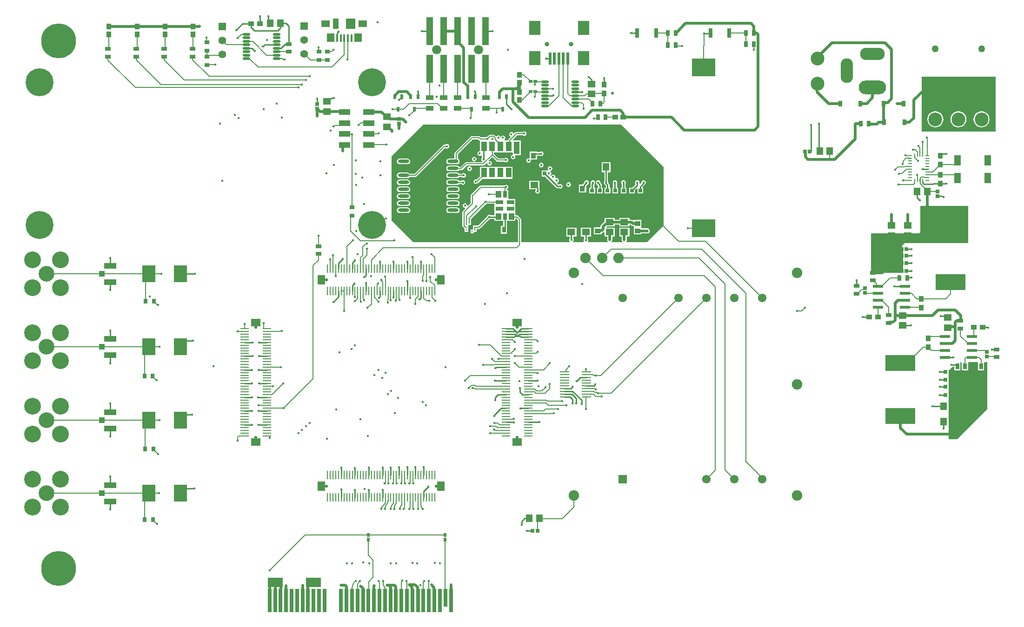
<source format=gtl>
%FSTAX23Y23*%
%MOIN*%
%SFA1B1*%

%IPPOS*%
%ADD13C,0.010000*%
%ADD17C,0.006000*%
%ADD19C,0.008000*%
%ADD21C,0.005000*%
%ADD24C,0.009000*%
%ADD26O,0.078740X0.023620*%
%ADD27R,0.039370X0.074800*%
%ADD28R,0.070870X0.074800*%
%ADD29R,0.055910X0.061020*%
%ADD30R,0.017720X0.054330*%
%ADD31R,0.064960X0.051180*%
%ADD32R,0.078740X0.098430*%
%ADD33R,0.019680X0.090550*%
%ADD34R,0.041340X0.039370*%
%ADD35R,0.086610X0.041340*%
%ADD36R,0.019680X0.035430*%
%ADD37O,0.057090X0.017720*%
%ADD38R,0.077560X0.022440*%
%ADD39R,0.025590X0.041340*%
%ADD40R,0.051180X0.074800*%
%ADD41R,0.039370X0.070870*%
%ADD42R,0.039370X0.090550*%
%ADD43R,0.041340X0.045280*%
%ADD44R,0.027560X0.045280*%
%ADD45R,0.053150X0.027560*%
%ADD46R,0.050000X0.200000*%
%ADD47R,0.057090X0.037400*%
%ADD48R,0.028350X0.039370*%
%ADD49R,0.025590X0.023620*%
%ADD50R,0.028000X0.165000*%
%ADD51R,0.028000X0.126000*%
%ADD52R,0.031500X0.066930*%
%ADD53R,0.070870X0.009840*%
%ADD54R,0.026570X0.009840*%
%ADD55R,0.009840X0.022640*%
%ADD56R,0.027560X0.035430*%
%ADD57R,0.038580X0.034250*%
%ADD58R,0.212600X0.114170*%
%ADD59R,0.165350X0.125980*%
%ADD60R,0.096460X0.124020*%
%ADD61R,0.033470X0.039370*%
%ADD62R,0.057090X0.045280*%
%ADD63R,0.037400X0.039370*%
%ADD64R,0.025200X0.026770*%
%ADD65R,0.010830X0.009840*%
%ADD66R,0.009840X0.010830*%
%ADD67R,0.061020X0.009840*%
%ADD68R,0.066930X0.053150*%
%ADD69R,0.009840X0.061020*%
%ADD70R,0.053150X0.066930*%
%ADD71R,0.045280X0.057090*%
%ADD72R,0.026770X0.025200*%
%ADD73R,0.039370X0.037400*%
%ADD74R,0.039370X0.033470*%
%ADD75R,0.039370X0.028350*%
%ADD76R,0.023620X0.025590*%
%ADD77R,0.082870X0.044090*%
%ADD78R,0.035430X0.027560*%
%ADD143C,0.120000*%
%ADD153C,0.020000*%
%ADD154R,0.110430X0.066930*%
%ADD155R,0.105320X0.067910*%
%ADD156C,0.031500*%
%ADD157C,0.065980*%
%ADD158C,0.061020*%
%ADD159R,0.061020X0.061020*%
%ADD160C,0.075000*%
%ADD161C,0.098430*%
%ADD162O,0.088580X0.177170*%
%ADD163O,0.177170X0.088580*%
%ADD164O,0.196850X0.098430*%
%ADD165C,0.112000*%
%ADD166C,0.021660*%
%ADD167C,0.055000*%
%ADD168R,0.055000X0.055000*%
%ADD169C,0.050000*%
%ADD170C,0.250000*%
%ADD171C,0.016000*%
%ADD172C,0.200000*%
%LNgrandmaster-1*%
%LPD*%
G36*
X07001Y035D02*
X0647D01*
Y03893*
X07001*
Y035*
G37*
G36*
X0462Y03246D02*
Y02826D01*
X04502Y02708*
X04355*
X04354Y02709*
X04353Y02713*
X04356Y02718*
X04358Y02725*
Y02749*
X04376*
Y02811*
X04303*
Y02749*
X04321*
Y02725*
X04322Y02718*
X04326Y02713*
X04325Y02709*
X04324Y02708*
X0425*
X04249Y02709*
X04248Y02713*
X04251Y02718*
X04253Y02725*
Y02749*
X04271*
Y02811*
X04212*
X0421Y02816*
X04214Y0282*
X04222*
X04223Y0282*
X04271*
Y02833*
X04303*
Y0282*
X04376*
Y02833*
X04384*
X04388Y02829*
X04394Y02825*
X04401Y02823*
X04404*
X04407Y0282*
Y02817*
Y02812*
Y02764*
X04462*
Y02771*
X04503*
X0451Y02772*
X04516Y02776*
X0452Y02782*
X04522Y02789*
X0452Y02796*
X04516Y02802*
X0451Y02806*
X04503Y02808*
X04465*
X04462Y02811*
Y02815*
Y0282*
Y02867*
X04407*
X04402Y02865*
X04398Y02868*
X04391Y02869*
X04376*
Y02882*
X04303*
Y02869*
X04271*
Y02882*
X04198*
Y02854*
X04193Y02851*
X04174Y02833*
X0417Y02827*
X04169Y0282*
Y02815*
X04122*
Y02764*
X04177*
Y02771*
X04183Y02773*
X04189Y02777*
X04193Y02781*
X04198Y02779*
Y02749*
X04216*
Y02725*
X04217Y02718*
X04221Y02713*
X0422Y02709*
X04219Y02708*
X0408*
X04078Y02713*
X04079Y02715*
X04081Y02722*
X04079Y02728*
X04078Y02731*
Y02749*
X04101*
Y02811*
X04028*
Y02749*
X04051*
Y02731*
X04049Y02728*
X04048Y02722*
X04049Y02715*
X04051Y02713*
X04048Y02708*
X03974*
X03973Y0271*
X03972Y02713*
X03975Y02717*
X03977Y02724*
X03975Y0273*
X03973Y02734*
Y02749*
X03996*
Y02811*
X03923*
Y02749*
X03946*
Y02731*
X03945Y0273*
X03944Y02724*
X03945Y02717*
X03948Y02713*
X03948Y0271*
X03946Y02708*
X036*
Y0287*
X03599Y02874*
X03597Y02878*
X03578Y02897*
X03574Y029*
X03569Y02901*
X03559*
Y02921*
Y02922*
Y02926*
Y02927*
Y02968*
Y0297*
Y02973*
Y02975*
Y02984*
X0356Y02985*
X03559Y02987*
Y03017*
X03509*
X03506Y03021*
Y03022*
Y03082*
X03497*
Y03087*
X03498Y03087*
X03503Y03091*
X03506Y03096*
X03508Y03103*
X03506Y03109*
X03503Y03114*
X03498Y03118*
X03491Y03119*
X03485Y03118*
X0348Y03114*
X03479Y03113*
X0331*
X03305Y03112*
X03301Y0311*
X03242Y0305*
X03239Y03047*
X03238Y03042*
Y02988*
X03218Y02968*
X03216Y02969*
X03214Y0297*
X03212Y02976*
X03209Y02981*
X03204Y02985*
X03197Y02986*
X03191Y02985*
X03186Y02981*
X03182Y02976*
X03181Y0297*
X03182Y02963*
X03186Y02958*
X03191Y02954*
X03197Y02953*
X03198Y02951*
X03199Y02948*
X03183Y02932*
X0318Y02928*
X03179Y02924*
Y02824*
X0318Y0282*
X03183Y02816*
X03191Y02807*
X03195Y02804*
Y02782*
X03222*
Y02831*
X03242*
Y02858*
X03241*
Y02875*
X03346Y0298*
X03351Y0298*
X03354Y02983*
X03409*
Y02975*
Y02973*
Y0297*
Y02968*
Y02927*
Y02926*
Y02922*
Y02921*
Y02901*
X03379*
X03377Y02903*
X0337Y02904*
X03364Y02903*
X03359Y02899*
X03355Y02894*
X03354Y02889*
X03292Y02827*
X03282*
Y02827*
X03255*
Y02798*
X03236*
Y02771*
X03261*
Y02782*
X03282*
Y02802*
X03297*
X03302Y02803*
X03306Y02806*
X03372Y02871*
X03377Y02872*
X03379Y02874*
X03409*
Y02861*
X03471*
Y02824*
X03455*
Y02769*
X03499*
Y02824*
X03498*
Y02861*
X03559*
Y02876*
X03564Y02876*
X03576Y02865*
Y02708*
X02827*
X02672Y02863*
Y03325*
X02898Y03551*
X04315*
X0462Y03246*
G37*
G36*
X06805Y02702D02*
X06352D01*
X06332Y02683*
Y02486*
X06116*
X0611Y02481*
X06106Y02482*
Y02771*
X0645*
X0646Y02781*
Y02968*
X06805*
Y02702*
G37*
G36*
X06942Y01511D02*
X06726Y01295D01*
X06663*
Y0159*
X06664*
Y01631*
X06663*
Y0165*
X06664*
Y01691*
X06663*
Y017*
X06664*
Y01741*
X06663*
Y01755*
X06664*
Y01788*
X06688Y01812*
X06692Y01812*
X06694Y01814*
X06705*
Y01788*
X06749*
Y01843*
X06753Y01846*
X06755*
X06759Y01843*
Y01788*
X06804*
Y01843*
X06808Y01846*
X0687*
X06874Y01843*
Y01788*
X06919*
Y01843*
X06923Y01846*
X06942*
Y01511*
G37*
%LNgrandmaster-2*%
%LPC*%
G36*
X069Y03647D02*
X06885Y03645D01*
X06871Y03639*
X06859Y0363*
X0685Y03618*
X06844Y03604*
X06842Y03589*
X06844Y03574*
X0685Y0356*
X06859Y03548*
X06871Y03539*
X06885Y03533*
X069Y03531*
X06915Y03533*
X06929Y03539*
X06941Y03548*
X0695Y0356*
X06955Y03574*
X06957Y03589*
X06955Y03604*
X0695Y03618*
X06941Y0363*
X06929Y03639*
X06915Y03645*
X069Y03647*
G37*
G36*
X06734D02*
X06719Y03645D01*
X06705Y03639*
X06694Y0363*
X06684Y03618*
X06679Y03604*
X06677Y03589*
X06679Y03574*
X06684Y0356*
X06694Y03548*
X06705Y03539*
X06719Y03533*
X06734Y03531*
X06749Y03533*
X06763Y03539*
X06775Y03548*
X06784Y0356*
X0679Y03574*
X06792Y03589*
X0679Y03604*
X06784Y03618*
X06775Y0363*
X06763Y03639*
X06749Y03645*
X06734Y03647*
G37*
G36*
X06569D02*
X06554Y03645D01*
X0654Y03639*
X06528Y0363*
X06519Y03618*
X06513Y03604*
X06511Y03589*
X06513Y03574*
X06519Y0356*
X06528Y03548*
X0654Y03539*
X06554Y03533*
X06569Y03531*
X06584Y03533*
X06598Y03539*
X0661Y03548*
X06619Y0356*
X06625Y03574*
X06627Y03589*
X06625Y03604*
X06619Y03618*
X0661Y0363*
X06598Y03639*
X06584Y03645*
X06569Y03647*
G37*
G36*
X03622Y03502D02*
X03616Y03501D01*
X03612Y03498*
X03566*
X03562Y03497*
X03558Y03494*
X03549Y03486*
X03544Y03488*
X03541Y03492*
X03536Y03496*
X03529Y03497*
X03523Y03496*
X03518Y03492*
X03514Y03487*
X03513Y03481*
X03514Y03474*
X03518Y03469*
X03522Y03466*
X03524Y03461*
X0351Y03446*
X03507Y03442*
X03506Y03438*
X03483*
X03482Y03439*
X03481Y03444*
X03484Y03449*
X03486Y03456*
X03484Y03462*
X03481Y03467*
X03476Y03471*
X03469Y03472*
X03463Y03471*
X03458Y03467*
X03456Y03464*
X03456Y03464*
X0345Y03465*
X03448Y03468*
X03443Y03472*
X03436Y03473*
X0343Y03472*
X03425Y03468*
X03424Y03468*
X03419Y03467*
X03411Y03475*
X03407Y03478*
X03403Y03479*
X03377*
X03373Y03478*
X03369Y03475*
X03357Y03464*
X03352Y03463*
X03348Y0346*
X03311*
X03306Y03465*
X03302Y03468*
X03297Y03468*
X03247*
X03242Y03468*
X03238Y03465*
X03126Y03353*
X03123Y03349*
X03122Y03344*
Y03307*
X03083*
X03075Y03305*
X03069Y03301*
X03065Y03294*
X03063Y03287*
X03065Y03279*
X03069Y03272*
X03075Y03268*
X03083Y03267*
X03138*
X03146Y03268*
X03153Y03272*
X03157Y03279*
X03158Y03287*
X03157Y03294*
X03153Y03301*
X03147Y03305*
Y03339*
X03252Y03444*
X03292*
X03297Y03439*
X03301Y03436*
X03305Y03435*
Y03362*
X03302Y0336*
X03296Y03359*
X03291Y03355*
X03287Y0335*
X03286Y03344*
X03287Y03337*
X03291Y03332*
X03296Y03328*
X03302Y03327*
X03309Y03328*
X03312Y03331*
X03317Y03329*
Y0331*
X03315Y03307*
X03314Y03301*
X03315Y03294*
X03319Y03289*
X03321Y03287*
X03321Y03287*
X0332Y03282*
X03265*
X03265Y03287*
X03266Y03288*
X03269Y03288*
X03275Y03292*
X03278Y03297*
X0328Y03303*
X03278Y0331*
X03275Y03315*
X03269Y03318*
X03263Y0332*
X03257Y03318*
X03252Y03315*
X03248Y0331*
X03247Y03303*
X03248Y03297*
X03252Y03292*
X03257Y03288*
X0326Y03288*
X03262Y03287*
X03261Y03282*
X03205*
X03201Y03281*
X03197Y03279*
X03167Y03249*
X03154*
X03153Y03251*
X03146Y03255*
X03138Y03257*
X03083*
X03075Y03255*
X03069Y03251*
X03065Y03244*
X03063Y03237*
X03065Y03229*
X03069Y03222*
X03075Y03218*
X03083Y03217*
X03138*
X03146Y03218*
X03153Y03222*
X03154Y03224*
X03172*
X03176Y03225*
X0318Y03228*
X0321Y03258*
X03328*
X03333Y03259*
X03337Y03262*
X03354Y03279*
X03359Y03276*
X03358Y03273*
X03359Y03266*
X03363Y03261*
X03368Y03257*
X03374Y03256*
X03381Y03257*
X03386Y03261*
X03389Y03266*
X03391Y03273*
X03389Y03279*
X03386Y03284*
X03381Y03288*
X03374Y03289*
X03371Y03288*
X03368Y03293*
X03393Y03318*
X03423Y03288*
X03427Y03285*
X03431Y03284*
X03481*
X03485Y03281*
X03491Y0328*
X03498Y03281*
X03503Y03285*
X03506Y0329*
X03508Y03297*
X03506Y03303*
X03503Y03308*
X03498Y03312*
X03491Y03313*
X03485Y03312*
X03481Y03309*
X03436*
X03405Y0334*
Y03351*
X03419*
X03423*
X03477*
X03478*
X03482*
X03483*
X03536*
X03537*
X03541Y03348*
Y03335*
X03536Y03334*
X03531Y0333*
X03527Y03325*
X03526Y03319*
X03527Y03312*
X03531Y03307*
X03536Y03303*
X03542Y03302*
X03549Y03303*
X03554Y03307*
X03557Y03312*
X03559Y03319*
X03557Y03325*
X03556Y03327*
X03559Y03332*
X03597*
Y03438*
X03543*
X03541Y03443*
X03571Y03473*
X03612*
X03616Y0347*
X03622Y03469*
X03629Y0347*
X03634Y03474*
X03637Y03479*
X03639Y03486*
X03637Y03492*
X03634Y03497*
X03629Y03501*
X03622Y03502*
G37*
G36*
X03068Y03411D02*
X03062Y0341D01*
X03057Y03407*
X03048*
X03044Y03406*
X0304Y03404*
X02835Y03199*
X028*
X02798Y03201*
X02792Y03205*
X02784Y03207*
X02729*
X02721Y03205*
X02715Y03201*
X0271Y03194*
X02709Y03187*
X0271Y03179*
X02715Y03172*
X02721Y03168*
X02729Y03167*
X02784*
X02792Y03168*
X02798Y03172*
X028Y03174*
X0284*
X02845Y03175*
X02849Y03178*
X03053Y03383*
X03058*
X03062Y0338*
X03068Y03379*
X03075Y0338*
X0308Y03384*
X03083Y03389*
X03085Y03395*
X03083Y03401*
X0308Y03407*
X03075Y0341*
X03068Y03411*
G37*
G36*
X03744Y03358D02*
X03738Y03357D01*
X03735Y03355*
X03715*
Y03357*
X03662*
Y03312*
X03657Y03308*
X03653Y03309*
X03647Y03308*
X03642Y03304*
X03638Y03299*
X03637Y03293*
X03638Y03286*
X03642Y03281*
X03647Y03277*
X03653Y03276*
X0366Y03277*
X03665Y03281*
X03668Y03286*
X0367Y03293*
X03669Y03296*
X03672Y03301*
X03715*
Y03328*
X03735*
X03738Y03326*
X03744Y03325*
X03751Y03326*
X03756Y0333*
X03759Y03335*
X03761Y03342*
X03759Y03348*
X03756Y03353*
X03751Y03357*
X03744Y03358*
G37*
G36*
X02784Y03307D02*
X02729D01*
X02721Y03305*
X02715Y03301*
X0271Y03294*
X02709Y03287*
X0271Y03279*
X02715Y03272*
X02721Y03268*
X02729Y03267*
X02784*
X02792Y03268*
X02798Y03272*
X02803Y03279*
X02804Y03287*
X02803Y03294*
X02798Y03301*
X02792Y03305*
X02784Y03307*
G37*
G36*
X03482Y03249D02*
X03478D01*
X03477*
X03424*
X03423*
X03419*
X03418*
X03365*
X03364*
X0336*
X03359*
X03305*
Y0318*
X03282Y03156*
X03281Y03156*
X03275Y03158*
X03269Y03156*
X03264Y03153*
X0326Y03147*
X03259Y03141*
X0326Y03135*
X03264Y0313*
X03269Y03126*
X03275Y03125*
X03281Y03126*
X03287Y0313*
X03287Y03131*
X0329Y03131*
X03294Y03134*
X03322Y03162*
X03359*
X0336*
X03364*
X03365*
X03418*
X03419*
X03423*
X03424*
X03477*
X03478*
X03482*
X03483*
X03537*
Y03249*
X03483*
X03482*
G37*
G36*
X03744Y03277D02*
X03738Y03276D01*
X03733Y03272*
X03729Y03267*
X03728Y03261*
X03729Y03254*
X03733Y03249*
X03738Y03245*
X03744Y03244*
X03751Y03245*
X03756Y03249*
X03759Y03254*
X03761Y03261*
X03759Y03267*
X03756Y03272*
X03751Y03276*
X03744Y03277*
G37*
G36*
X0323Y03251D02*
X03224Y0325D01*
X03219Y03246*
X03215Y03241*
X03214Y03235*
X03215Y03228*
X03219Y03223*
X03224Y03219*
X0323Y03218*
X03237Y03219*
X03242Y03223*
X03245Y03228*
X03247Y03235*
X03245Y03241*
X03242Y03246*
X03237Y0325*
X0323Y03251*
G37*
G36*
X03138Y03207D02*
X03083D01*
X03075Y03205*
X03069Y03201*
X03065Y03194*
X03063Y03187*
X03065Y03179*
X03069Y03172*
X03075Y03168*
X03083Y03167*
X03138*
X03146Y03168*
X03153Y03172*
X03154Y03174*
X03178*
X03182Y03171*
X03188Y0317*
X03195Y03171*
X032Y03175*
X03204Y0318*
X03205Y03187*
X03204Y03193*
X032Y03198*
X03195Y03202*
X03188Y03203*
X03182Y03202*
X03178Y03199*
X03154*
X03153Y03201*
X03146Y03205*
X03138Y03207*
G37*
G36*
X04477Y03151D02*
X04471Y0315D01*
X04466Y03146*
X04462Y03141*
X04461Y03135*
X04461Y03133*
X04453Y03124*
X04447Y03126*
X04446Y03128*
X04446Y03128*
X04448Y03135*
X04446Y03141*
X04443Y03146*
X04438Y0315*
X04431Y03151*
X04425Y0315*
X0442Y03146*
X04416Y03141*
X04415Y03135*
X04416Y03128*
X04418Y03126*
Y0312*
X04397Y03099*
X04374*
Y03056*
X04415*
Y03079*
X04429Y03094*
X04434Y03092*
Y03056*
X04475*
Y03099*
X04471*
X04469Y03104*
X04486Y0312*
X04487Y03121*
X04489Y03123*
X04492Y03128*
X04494Y03135*
X04492Y03141*
X04489Y03146*
X04484Y0315*
X04477Y03151*
G37*
G36*
X03138Y03157D02*
X03083D01*
X03075Y03155*
X03069Y03151*
X03065Y03144*
X03063Y03137*
X03065Y03129*
X03069Y03122*
X03075Y03118*
X03083Y03117*
X03138*
X03146Y03118*
X03153Y03122*
X03153Y03123*
X03172*
X03176Y0312*
X03183Y03119*
X03189Y0312*
X03194Y03124*
X03198Y03129*
X03199Y03135*
X03198Y03142*
X03194Y03147*
X03189Y0315*
X03183Y03152*
X03176Y0315*
X03172Y03148*
X03155*
X03153Y03151*
X03146Y03155*
X03138Y03157*
G37*
G36*
X02784D02*
X02729D01*
X02721Y03155*
X02715Y03151*
X0271Y03144*
X02709Y03137*
X0271Y03129*
X02715Y03122*
X02721Y03118*
X02729Y03117*
X02784*
X02792Y03118*
X02798Y03122*
X02803Y03129*
X02804Y03137*
X02803Y03144*
X02798Y03151*
X02792Y03155*
X02784Y03157*
G37*
G36*
X03939Y03137D02*
X03933Y03136D01*
X03928Y03132*
X03924Y03127*
X03923Y03121*
X03924Y03114*
X03928Y03109*
X03933Y03105*
X03939Y03104*
X03946Y03105*
X03951Y03109*
X03954Y03114*
X03956Y03121*
X03954Y03127*
X03951Y03132*
X03946Y03136*
X03939Y03137*
G37*
G36*
X03806Y03251D02*
X038Y0325D01*
X03795Y03246*
X03791Y03241*
X0379Y03235*
X03791Y03228*
X03793Y03226*
X03789Y03222*
X03787*
X03749*
Y03179*
X03772*
X03852Y03099*
X03856Y03096*
X03861Y03095*
X03871*
X03874Y03093*
X0388Y03092*
X03887Y03093*
X03892Y03097*
X03895Y03102*
X03897Y03109*
X03895Y03115*
X03892Y0312*
X03887Y03124*
X0388Y03125*
X03874Y03124*
X03871Y03122*
X03867*
X03858Y03131*
X0386Y03135*
X03861Y03135*
X03866Y03139*
X03869Y03144*
X03871Y03151*
X03869Y03157*
X03866Y03162*
X03861Y03166*
X03854Y03167*
X03848Y03166*
X03848Y03165*
X03844Y03169*
X03844Y03169*
X03846Y03176*
X03844Y03182*
X03841Y03187*
X03836Y03191*
X03829Y03192*
X03823Y03191*
X03818Y03187*
X03816Y03184*
X0381Y03183*
X0381Y03183*
X0381Y03188*
X03811Y03189*
X03814Y03194*
X03816Y03201*
X03814Y03207*
X03811Y03212*
X03809Y03214*
X0381Y03219*
X03813Y03219*
X03818Y03223*
X03821Y03228*
X03823Y03235*
X03821Y03241*
X03818Y03246*
X03813Y0325*
X03806Y03251*
G37*
G36*
X03138Y03107D02*
X03083D01*
X03075Y03105*
X03069Y03101*
X03065Y03094*
X03063Y03087*
X03065Y03079*
X03069Y03072*
X03075Y03068*
X03083Y03067*
X03138*
X03146Y03068*
X03153Y03072*
X03157Y03079*
X03158Y03087*
X03157Y03094*
X03153Y03101*
X03146Y03105*
X03138Y03107*
G37*
G36*
X02784D02*
X02729D01*
X02721Y03105*
X02715Y03101*
X0271Y03094*
X02709Y03087*
X0271Y03079*
X02715Y03072*
X02721Y03068*
X02729Y03067*
X02784*
X02792Y03068*
X02798Y03072*
X02803Y03079*
X02804Y03087*
X02803Y03094*
X02798Y03101*
X02792Y03105*
X02784Y03107*
G37*
G36*
X04068Y03151D02*
X04062Y0315D01*
X04057Y03146*
X04053Y03141*
X04053Y03138*
X04043Y03128*
X0404Y03124*
X04039Y0312*
X04013*
Y03064*
X04066*
Y03114*
X04071Y03119*
X04075Y03119*
X0408Y03123*
X04083Y03128*
X04085Y03135*
X04083Y03141*
X0408Y03146*
X04075Y0315*
X04068Y03151*
G37*
G36*
X04333D02*
X04327Y0315D01*
X04322Y03146*
X04318Y03141*
X04317Y03135*
X04318Y03128*
X04321Y03124*
Y03099*
X04314*
Y03056*
X04355*
Y03099*
X04348*
Y03127*
X04348Y03128*
X0435Y03135*
X04348Y03141*
X04345Y03146*
X0434Y0315*
X04333Y03151*
G37*
G36*
X04272D02*
X04266Y0315D01*
X04261Y03146*
X04257Y03141*
X04256Y03135*
X04257Y03128*
X04259Y03126*
Y03099*
X04254*
Y03056*
X04295*
Y03099*
X04286*
Y03126*
X04287Y03128*
X04289Y03135*
X04287Y03141*
X04284Y03146*
X04279Y0315*
X04272Y03151*
G37*
G36*
X0424Y03282D02*
X04178D01*
Y03209*
X04196*
Y03144*
X04193Y03141*
X04192Y03135*
X04193Y03128*
X04197Y03123*
X04199Y03121*
X042Y0312*
X04206Y03114*
Y03099*
X04199*
Y03056*
X0424*
Y03099*
X04233*
Y0312*
X04232Y03125*
X04229Y03129*
X04224Y03133*
X04225Y03135*
X04223Y03141*
X04222Y03143*
Y03209*
X0424*
Y03282*
G37*
G36*
X04152Y03151D02*
X04146Y0315D01*
X04141Y03146*
X04137Y03141*
X04136Y03135*
X04137Y03128*
X04141Y03123*
X04141Y03123*
X04141Y03122*
X04144Y03118*
X04151Y03111*
Y03099*
X04144*
Y03056*
X04185*
Y03099*
X04178*
Y03117*
X04177Y03122*
X04174Y03126*
X04168Y03132*
X04169Y03135*
X04167Y03141*
X04164Y03146*
X04159Y0315*
X04152Y03151*
G37*
G36*
X04114D02*
X04108Y0315D01*
X04103Y03146*
X04099Y03141*
X04098Y03135*
X04098Y03133*
X04097Y03131*
X04096Y03126*
Y03099*
X04089*
Y03056*
X0413*
Y03099*
X04123*
Y0312*
X04124Y03121*
X04126Y03123*
X04129Y03128*
X04131Y03135*
X04129Y03141*
X04126Y03146*
X04121Y0315*
X04114Y03151*
G37*
G36*
X0373Y03148D02*
X03657D01*
Y03086*
X03704*
Y03081*
X03702Y03078*
X03701Y03072*
X03702Y03065*
X03706Y0306*
X03711Y03056*
X03717Y03055*
X03724Y03056*
X03729Y0306*
X03732Y03065*
X03734Y03072*
X03732Y03078*
X03731Y03081*
Y03093*
X0373Y03095*
Y03099*
X0373Y03101*
Y03148*
G37*
G36*
X03138Y03057D02*
X03083D01*
X03075Y03055*
X03069Y03051*
X03065Y03044*
X03063Y03037*
X03065Y03029*
X03069Y03022*
X03075Y03018*
X03083Y03017*
X03138*
X03146Y03018*
X03153Y03022*
X03157Y03029*
X03158Y03037*
X03157Y03044*
X03153Y03051*
X03146Y03055*
X03138Y03057*
G37*
G36*
X02784D02*
X02729D01*
X02721Y03055*
X02715Y03051*
X0271Y03044*
X02709Y03037*
X0271Y03029*
X02715Y03022*
X02721Y03018*
X02729Y03017*
X02784*
X02792Y03018*
X02798Y03022*
X02803Y03029*
X02804Y03037*
X02803Y03044*
X02798Y03051*
X02792Y03055*
X02784Y03057*
G37*
G36*
X03138Y03007D02*
X03083D01*
X03075Y03005*
X03069Y03001*
X03065Y02994*
X03063Y02987*
X03065Y02979*
X03069Y02972*
X03075Y02968*
X03083Y02967*
X03138*
X03146Y02968*
X03153Y02972*
X03157Y02979*
X03158Y02987*
X03157Y02994*
X03153Y03001*
X03146Y03005*
X03138Y03007*
G37*
G36*
X02784D02*
X02729D01*
X02721Y03005*
X02715Y03001*
X0271Y02994*
X02709Y02987*
X0271Y02979*
X02715Y02972*
X02721Y02968*
X02729Y02967*
X02784*
X02792Y02968*
X02798Y02972*
X02803Y02979*
X02804Y02987*
X02803Y02994*
X02798Y03001*
X02792Y03005*
X02784Y03007*
G37*
G36*
X03138Y02957D02*
X03083D01*
X03075Y02955*
X03069Y02951*
X03065Y02944*
X03063Y02937*
X03065Y02929*
X03069Y02922*
X03075Y02918*
X03083Y02917*
X03138*
X03146Y02918*
X03153Y02922*
X03157Y02929*
X03158Y02937*
X03157Y02944*
X03153Y02951*
X03146Y02955*
X03138Y02957*
G37*
G36*
X02784D02*
X02729D01*
X02721Y02955*
X02715Y02951*
X0271Y02944*
X02709Y02937*
X0271Y02929*
X02715Y02922*
X02721Y02918*
X02729Y02917*
X02784*
X02792Y02918*
X02798Y02922*
X02803Y02929*
X02804Y02937*
X02803Y02944*
X02798Y02951*
X02792Y02955*
X02784Y02957*
G37*
%LNgrandmaster-3*%
%LPD*%
G54D13*
X03987Y03783D02*
X04039D01*
X04039Y03784*
X02606Y00931D02*
X02608Y00934D01*
X02606Y00878D02*
Y00931D01*
X02409Y01038D02*
Y01088D01*
X02724Y01093D02*
X02724Y0109D01*
Y01038D02*
Y0109D01*
X02783Y01038D02*
Y01091D01*
X02784Y01094*
X02842Y01095D02*
X02842Y01095D01*
Y01038D02*
Y01095D01*
X02311Y00933D02*
X02311Y00934D01*
X02783Y02358D02*
Y02429D01*
X03463Y01713D02*
X03491D01*
X02475Y02456D02*
X02488Y02468D01*
X03556Y02047D02*
X03571Y02033D01*
X02586Y02317D02*
Y02358D01*
X02881Y02566D02*
X02882Y02565D01*
X03571Y02033D02*
X03594D01*
X01721Y01988D02*
X01776D01*
X02291Y02518D02*
X02291Y02518D01*
X02291Y02316D02*
Y02358D01*
X01718Y01497D02*
X01719Y01496D01*
X03571Y02033D02*
X03586Y02047D01*
X03596Y01514D02*
X03598Y01516D01*
X02488Y02412D02*
X02488Y02413D01*
X02291Y02556D02*
X02321Y02586D01*
X03409Y01465D02*
Y01468D01*
X01722Y01693D02*
X01776D01*
X02685Y02311D02*
Y02358D01*
X03457Y01516D02*
X03492D01*
X02901Y01095D02*
X02901Y01094D01*
X0239Y0256D02*
X02408Y02579D01*
X03594Y02033D02*
X03599Y02028D01*
X02586Y02518D02*
Y02568D01*
X02882Y02518D02*
Y02565D01*
X01645Y01497D02*
X01671D01*
X02488Y02468D02*
Y02518D01*
X03492Y02087D02*
X03542D01*
X02783Y02518D02*
Y02568D01*
X03414Y01805D02*
X03421Y01811D01*
X02488Y02358D02*
Y02412D01*
X02311Y0109D02*
X02312Y01091D01*
X02606Y0109D02*
X02606Y01091D01*
X03409Y01468D02*
X03448Y01506D01*
X02508Y01089D02*
X02508Y0109D01*
X01671Y01398D02*
X01671Y01399D01*
X02901Y00921D02*
X02933Y00953D01*
X03601Y02087D02*
X03651D01*
Y01418D02*
X03732D01*
X01717Y01398D02*
X01776D01*
X03718Y01713D02*
X03718Y01713D01*
X01722Y0189D02*
X01776D01*
X0167Y01693D02*
X0167Y01694D01*
X02311Y00878D02*
Y00933D01*
X03571Y02058D02*
X03581Y02067D01*
X0359Y01634D02*
Y01662D01*
X03491Y01713D02*
X03492Y01713D01*
X02408Y02579D02*
X02409D01*
X02685Y02518D02*
Y02567D01*
X03599Y02028D02*
X03651D01*
X03609Y01614D02*
X03651D01*
X01617Y01988D02*
X01674D01*
X02409Y00878D02*
Y00932D01*
X02882Y02307D02*
Y02358D01*
X03463Y01713D02*
X03463Y01713D01*
X0239Y02358D02*
Y02397D01*
X02253Y02279D02*
X02291Y02316D01*
X03581Y02067D02*
X03601Y02087D01*
X03594Y01514D02*
X03596D01*
X01675Y0189D02*
X01675Y01891D01*
X02665Y01038D02*
Y01091D01*
X03406Y01462D02*
X03409Y01465D01*
X01715Y01595D02*
X01776D01*
X01721Y01989D02*
X01721Y01988D01*
X03413Y01573D02*
Y01593D01*
X01721Y0189D02*
X01722Y0189D01*
X02508Y01038D02*
Y01089D01*
X0239Y02397D02*
X02404Y02412D01*
X01617Y01398D02*
X01671D01*
X02901Y00878D02*
Y00921D01*
X03581Y02067D02*
X03651D01*
X01617Y0189D02*
X01675D01*
X02665Y01091D02*
X02665Y01092D01*
X03651Y01713D02*
X03718D01*
X03406Y01461D02*
Y01462D01*
X02508Y00878D02*
Y00931D01*
X02311Y01038D02*
Y0109D01*
X02606Y01038D02*
Y0109D01*
X03448Y01506D02*
Y01507D01*
X01718Y01792D02*
X01718Y01792D01*
X03548Y01413D02*
X03549D01*
X01645Y01496D02*
X01645Y01497D01*
X01617Y01792D02*
X01671D01*
X03492Y02067D02*
X03562D01*
X01617Y01693D02*
X0167D01*
X02581Y02312D02*
X02586Y02317D01*
X03562Y02067D02*
X03571Y02058D01*
X0359Y01634D02*
X03609Y01614D01*
X01674Y01988D02*
X01674Y01989D01*
X02871Y02297D02*
X02882Y02307D01*
X02685Y02567D02*
X02685Y02568D01*
X0341Y01713D02*
X03463D01*
X03421Y01811D02*
X03492D01*
X02901Y01038D02*
Y01094D01*
X02291Y02518D02*
Y02556D01*
X0239Y02518D02*
Y0256D01*
X03492Y02028D02*
X0355D01*
X01719Y01496D02*
X01776D01*
X03586Y02047D02*
X03651D01*
X03598Y01516D02*
X03651D01*
X01617Y01595D02*
X0167D01*
X03492Y02047D02*
X03556D01*
X01714Y01595D02*
X01715Y01595D01*
X02586Y02569D02*
X02586Y02568D01*
X03413Y01593D02*
X03435Y01614D01*
X01721Y01694D02*
X01722Y01693D01*
X02685Y02311D02*
X02685Y02311D01*
X03448Y01507D02*
X03457Y01516D01*
X03435Y01614D02*
X03492D01*
X0167Y01595D02*
X0167Y01595D01*
X0355Y02028D02*
X03554Y02033D01*
X01718Y01792D02*
X01776D01*
X03543Y01418D02*
X03548Y01413D01*
X01617Y01496D02*
X01645D01*
X01617Y01792D02*
X01617Y01792D01*
X03542Y02087D02*
X03562Y02067D01*
X01617Y01496D02*
X01617Y01496D01*
X03554Y02033D02*
X03571D01*
X01716Y01399D02*
X01717Y01398D01*
X03492Y01418D02*
X03543D01*
X0333Y03301D02*
Y03392D01*
X03333Y03395*
X01726Y04329D02*
X01727Y04328D01*
Y04273D02*
Y04328D01*
X01788Y04289D02*
Y04329D01*
X01933Y04257D02*
D01*
X01873Y04281D02*
X0189Y04299D01*
X01873Y0427D02*
Y04281D01*
X01933Y04129D02*
Y04257D01*
X04476Y03129D02*
Y03133D01*
X04477Y03135*
X04454Y03108D02*
X04476Y03129D01*
X04064Y02722D02*
Y0278D01*
X06628Y01372D02*
X06629Y01372D01*
Y01421*
X07011Y01939D02*
X07015Y01943D01*
X06974Y01939D02*
X07011D01*
X03911Y01639D02*
X03911Y01639D01*
X03957Y01659D02*
X03968Y01671D01*
X04033Y01547D02*
X04034Y01546D01*
X03925Y01599D02*
X03951D01*
X03925Y01599D02*
X03925Y01599D01*
X03911Y01599D02*
X03925D01*
X03969Y01552D02*
Y01581D01*
X03911Y01619D02*
X03911Y01619D01*
X03964D02*
X03994Y01589D01*
X0413Y01686D02*
X04131D01*
X04068Y01679D02*
X04123D01*
X04033Y01547D02*
Y01575D01*
X03996Y01711D02*
X04025Y01739D01*
X03994Y01551D02*
Y01589D01*
X04025Y01739D02*
X04068D01*
X03911Y01619D02*
X03964D01*
X03911Y01639D02*
X03969D01*
X04033Y01575*
X04123Y01679D02*
X0413Y01686D01*
X03911Y01659D02*
X03957D01*
X03951Y01599D02*
X03969Y01581D01*
X03959Y02725D02*
X0396Y02724D01*
X03959Y02725D02*
Y0278D01*
X03625Y00726D02*
X03659D01*
X03603Y00704D02*
X03625Y00726D01*
X03603Y00682D02*
Y00704D01*
X06439Y03026D02*
Y03071D01*
Y03026D02*
X06456Y03009D01*
X06619Y03039D02*
X06626Y03032D01*
X06584Y03039D02*
X06619D01*
X01908Y04129D02*
X01933D01*
X01878Y04099D02*
X01908Y04129D01*
X01846Y04099D02*
X01878D01*
X01914Y04276D02*
X01933Y04257D01*
X01879Y04276D02*
X01914D01*
X01873Y04244D02*
Y0427D01*
X01853Y04225D02*
X01873Y04244D01*
X01687Y04225D02*
X01853D01*
X01664Y04248D02*
X01687Y04225D01*
X01664Y04248D02*
Y04273D01*
X03477Y02797D02*
X03484Y02804D01*
Y02892*
X01788Y04289D02*
X01802Y04276D01*
X03772Y03758D02*
X03825D01*
X03829Y03762*
X0383*
X03344Y04221D02*
X03394D01*
X03395Y04222*
X04272Y03079D02*
X04274Y03077D01*
X04272Y03079D02*
Y03135D01*
X02139Y03697D02*
Y03738D01*
X04209Y03135D02*
Y03246D01*
X04208Y03135D02*
X04209Y03135D01*
X04209Y03129D02*
X04219Y0312D01*
X04209Y03129D02*
Y03133D01*
X04208Y03135D02*
X04209Y03133D01*
X04219Y03077D02*
Y0312D01*
X04164Y03077D02*
Y03117D01*
X04153Y03127D02*
X04164Y03117D01*
X04153Y03127D02*
Y03133D01*
X04152Y03135D02*
X04153Y03133D01*
X01157Y01956D02*
Y01956D01*
X012Y02*
X01248*
X04039Y03092D02*
X04052Y03105D01*
Y03119*
X04068Y03135*
X01631Y04099D02*
X01671D01*
X01691Y04079*
X03642Y00636D02*
X03682D01*
X06477Y03231D02*
X06511D01*
X06476Y03231D02*
X06477Y03231D01*
X04334Y03077D02*
Y03134D01*
X04333Y03135D02*
X04334Y03134D01*
X04454Y03077D02*
Y03108D01*
X01873Y0427D02*
Y04276D01*
X01601Y04273D02*
X01664D01*
X01557Y04229D02*
X01601Y04273D01*
X01157Y02481D02*
X0126D01*
X01261Y02482*
X04109Y03077D02*
Y03126D01*
X04113Y03129*
Y03133*
X04114Y03135*
X06604Y03327D02*
X06618Y03341D01*
X06648*
X02888Y04221D02*
X02944D01*
X02888Y04221D02*
X02888Y04221D01*
X03434Y02888D02*
X03438Y02892D01*
X0337Y02888D02*
X03434D01*
X02233Y03734D02*
Y03735D01*
X02239Y03741*
X02209Y03716D02*
X02215D01*
X02233Y03734*
X02239Y03741D02*
X02258D01*
X01764Y04124D02*
X01846D01*
X01749Y0411D02*
X01764Y04124D01*
X02281Y0417D02*
Y04207D01*
X0229Y04217*
X03769Y032D02*
Y03201D01*
Y032D02*
X03777Y03192D01*
X03778*
X03861Y03109*
X0388*
X03688Y03329D02*
X03701Y03342D01*
X03744*
X03693Y03117D02*
X03699D01*
X03717Y03099*
Y03094D02*
Y03099D01*
Y03094D02*
X03717Y03093D01*
Y03072D02*
Y03093D01*
X05733Y03361D02*
Y03556D01*
X05676Y03362D02*
Y03545D01*
X05676Y03546*
X03659Y00723D02*
Y00726D01*
X06548Y01531D02*
X06629D01*
X06603Y01611D02*
X06642D01*
X06602Y01612D02*
X06603Y01611D01*
Y01671D02*
X06642D01*
X06602Y01672D02*
X06603Y01671D01*
Y01721D02*
X06642D01*
X06602Y01722D02*
X06603Y01721D01*
X06602Y01776D02*
X06642D01*
X06601Y01777D02*
X06602Y01776D01*
X06727Y01816D02*
Y01818D01*
X06718Y01828D02*
X06727Y01818D01*
X06685Y01828D02*
X06718D01*
X06637Y01881D02*
X06699D01*
X07009Y01938D02*
X0701Y01939D01*
X06906Y02096D02*
X06948D01*
X06949Y02095*
X0665Y02176D02*
X06659Y02166D01*
X06607Y02176D02*
X0665D01*
X06334Y0211D02*
X06395D01*
X06395Y02111*
X06048Y02171D02*
X06093D01*
X06004Y02393D02*
Y02434D01*
X06274Y02391D02*
X06352D01*
X06367Y02451D02*
X06369Y02453D01*
X06398*
X06361Y02501D02*
X06397D01*
X06361Y02556D02*
X06396D01*
X06361Y02611D02*
X06396D01*
X06397Y0261*
X06361Y02656D02*
X06397D01*
X06398Y02657*
X04954Y04203D02*
X04957Y04206D01*
X0491Y04203D02*
X04954D01*
X04387Y04206D02*
X04432D01*
X03778Y04023D02*
X03779Y04023D01*
X03777Y04023D02*
X03778D01*
X03779Y04023D02*
X03808D01*
X04104Y03841D02*
X04104Y03841D01*
X04104Y03841D02*
Y03873D01*
X04085Y03892D02*
X04104Y03873D01*
X04194Y03837D02*
Y03884D01*
X04394Y03077D02*
Y03078D01*
X04402Y03086*
X04403*
X04431Y03114*
Y03135*
X0286Y0375D02*
Y03784D01*
X0286Y03785*
X02745Y03742D02*
Y0375D01*
X0274Y03737D02*
X02745Y03742D01*
X02732Y03737D02*
X0274D01*
X02724Y03729D02*
X02732Y03737D01*
X02724Y03729D02*
Y03729D01*
X03495Y03697D02*
X03531Y03661D01*
Y0366D02*
Y03661D01*
X03495Y03697D02*
Y0375D01*
X0327D02*
Y03784D01*
X03269Y03785D02*
X0327Y03784D01*
X01157Y01431D02*
X01198Y01472D01*
X01242*
X01157Y00906D02*
X01193Y00942D01*
X01256*
X00654Y0079D02*
Y00847D01*
Y00964D02*
Y01027D01*
X00655Y01028*
X00654Y01314D02*
Y01372D01*
Y01489D02*
Y0155D01*
X00653Y01551D02*
X00654Y0155D01*
Y01839D02*
Y01897D01*
Y02014D02*
Y02073D01*
Y02365D02*
Y02422D01*
Y02539D02*
Y02593D01*
X00653Y02593D02*
X00654Y02593D01*
G54D17*
X01776Y02028D02*
X01776Y02028D01*
X01776Y02008D02*
X01776Y02008D01*
X03491Y01397D02*
X03492Y01398D01*
X03407Y01411D02*
X03431D01*
X03444Y01398*
X03492*
G54D19*
X02684Y02716D02*
D01*
X02685Y02716*
X02685Y02716*
X02686Y02716*
X02686Y02716*
X02687Y02717*
X02687Y02717*
X02688Y02717*
X02688Y02717*
X02689Y02718*
X02689Y02718*
X0269Y02718*
X0269Y02718*
X02449D02*
D01*
X02449Y02718*
X0245Y02718*
X0245Y02717*
X02451Y02717*
X02451Y02717*
X02452Y02717*
X02452Y02716*
X02453Y02716*
X02453Y02716*
X02454Y02716*
X02454Y02716*
X02455Y02716*
X02928Y00161D02*
D01*
X02929Y00159*
X02929Y00157*
X02929Y00154*
X0293Y00152*
X02931Y0015*
X02931Y00148*
X02932Y00145*
X02934Y00143*
X02935Y00141*
X02936Y00139*
X02938Y00138*
X02938Y00137*
X03985Y03759D02*
X03987Y03758D01*
X03948Y03759D02*
X03985D01*
X03934Y03774D02*
Y04023D01*
Y03774D02*
X03948Y03759D01*
X03902Y03743D02*
X03958Y03687D01*
X03902Y03743D02*
Y04023D01*
X03871Y03758D02*
Y04023D01*
X038Y03687D02*
X03871Y03758D01*
X04185Y03701D02*
X04194Y0371D01*
X04167Y03701D02*
X04185D01*
X04194Y0371D02*
Y03774D01*
X04104Y0377D02*
X04108Y03774D01*
X04194*
X04103Y03771D02*
X04104Y0377D01*
X04066Y03771D02*
X04103D01*
X03987Y03758D02*
X04053D01*
X04066Y03771*
X02378Y02789D02*
X02449Y02718D01*
X0269D02*
X02692Y02721D01*
X02455Y02716D02*
X02684D01*
X02494Y02614D02*
Y02661D01*
X03055Y00159D02*
Y00573D01*
Y00159D02*
X03057Y00157D01*
X02505Y00137D02*
X02507Y00139D01*
Y00271*
X02539Y00303D02*
Y00429D01*
X02507Y00271D02*
X02539Y00303D01*
X02503Y00464D02*
X02539Y00429D01*
X02503Y00464D02*
Y00573D01*
X0205Y00607D02*
X02503D01*
X01797Y00355D02*
X0205Y00607D01*
X02503D02*
X03055D01*
X03588Y02686D02*
Y0287D01*
X03534Y02888D02*
X03569D01*
X03588Y0287*
X03531Y02892D02*
X03534Y02888D01*
X03278Y01673D02*
X03492D01*
X03244Y01681D02*
X03271D01*
X03278Y01673*
X03252Y01661D02*
X03265D01*
X03272Y01654D02*
X03492D01*
X03265Y01661D02*
X03272Y01654D01*
X04133Y01751D02*
X04134Y01751D01*
X04121Y01751D02*
X04133D01*
X04068Y01759D02*
X04113D01*
X04121Y01751*
X04171Y01751D02*
X04727Y02307D01*
X04134Y01751D02*
X04171D01*
X04243Y01623D02*
X04927Y02307D01*
X0415Y01623D02*
X04243D01*
X05061Y01074D02*
Y02407D01*
Y01074D02*
X05127Y01007D01*
X05211Y01133D02*
Y0234D01*
X05327Y01007D02*
Y01017D01*
X05211Y01133D02*
X05327Y01017D01*
X04873Y02595D02*
X05061Y02407D01*
X04893Y02658D02*
X05211Y0234D01*
X0492Y02714D02*
X05327Y02307D01*
X04729Y02714D02*
X0492D01*
X02449Y02285D02*
Y02358D01*
Y02597D02*
X02463Y02612D01*
X02311Y02358D02*
X02331D01*
X01754Y02088D02*
X01755Y02087D01*
X03329Y01826D02*
X03405D01*
X02665Y02291D02*
Y02358D01*
X03492Y02008D02*
X03537D01*
X02894Y02465D02*
X02901Y02472D01*
X0292Y02517D02*
X02921Y02518D01*
X02841Y02299D02*
X02862Y02319D01*
X02499Y02236D02*
X02527Y02264D01*
X02429Y02303D02*
Y02322D01*
X02468Y02518D02*
Y02588D01*
X03491Y0185D02*
X03492Y01851D01*
X03378Y01971D02*
X03459Y0189D01*
X01567Y01285D02*
Y0131D01*
X03651Y01477D02*
X03652Y01478D01*
X03773Y01665D02*
Y01666D01*
X03409Y01363D02*
X03413Y01359D01*
X01776Y01516D02*
X01897D01*
X01719Y01536D02*
X01776D01*
X0298Y02518D02*
Y02599D01*
X03234Y01752D02*
X03492D01*
X0376Y01792D02*
X03804Y01836D01*
X02645Y02299D02*
X02646Y02299D01*
X02449Y02285D02*
X0245Y02284D01*
X02821Y02601D02*
X02823Y02599D01*
X03555Y0189D02*
X03651D01*
X02429Y02322D02*
X02429Y02322D01*
X02803Y02307D02*
Y02358D01*
X02645Y02274D02*
Y02299D01*
X02624Y02461D02*
X02626Y02459D01*
X0298Y02358D02*
Y02396D01*
X02862Y02319D02*
Y02358D01*
X02624Y02461D02*
X02625Y02461D01*
X02527Y02264D02*
Y02358D01*
X03412Y0185D02*
X03491D01*
X02646Y02299D02*
Y02358D01*
X01797Y01319D02*
X01798Y01318D01*
X02547Y02313D02*
Y02358D01*
X01617Y02087D02*
Y02118D01*
X03775Y01511D02*
X03864D01*
X03554Y01841D02*
X03584Y01811D01*
X03651Y01634D02*
X03696D01*
X03804Y01836D02*
Y0184D01*
X02429Y02322D02*
Y02358D01*
X02409Y02283D02*
X02429Y02303D01*
X02272Y02463D02*
Y02518D01*
X03699Y01654D02*
X03712Y01641D01*
X02449Y02518D02*
Y02597D01*
X01815Y01614D02*
X01893Y01693D01*
X03788Y01566D02*
X03894D01*
X03381Y01387D02*
X03422D01*
X02724Y02297D02*
X02726Y02295D01*
X01776Y01811D02*
X01879D01*
X01719Y01536D02*
X01719Y01536D01*
X02958Y02621D02*
X0298Y02599D01*
X03651Y02008D02*
X03707D01*
X03651Y0189D02*
X03651Y0189D01*
X02331Y02215D02*
Y02358D01*
X01776Y02067D02*
X01881D01*
X03405Y01826D02*
X03411Y01831D01*
X03459Y0189D02*
X03492D01*
X03422Y01387D02*
X03431Y01378D01*
X02961Y02311D02*
X02985Y02287D01*
X0235Y02676D02*
X02394Y0272D01*
X0235Y02518D02*
Y02676D01*
X03652Y01478D02*
X03831D01*
X03749Y01641D02*
X03773Y01665D01*
X0292Y02428D02*
X0292Y02428D01*
X01776Y01674D02*
X01822D01*
X01755Y02087D02*
X01776D01*
X02468Y02299D02*
Y02358D01*
X01617Y02118D02*
X01619Y02121D01*
X03528Y0191D02*
X03554Y01936D01*
X02702Y02293D02*
Y02295D01*
X03651Y0191D02*
X03708D01*
X03705Y01625D02*
X0377D01*
X03776Y01555D02*
X03795Y01536D01*
X03491Y0187D02*
X03492Y0187D01*
X02841Y02263D02*
Y02299D01*
X02702Y02295D02*
X02705Y02298D01*
X02409Y02314D02*
Y02358D01*
X01776Y01319D02*
X01797D01*
X03584Y01811D02*
X03651D01*
X03708Y0191D02*
X03719Y01921D01*
X03696Y01634D02*
X03705Y01625D01*
X03651Y01555D02*
X03776D01*
X03431Y01378D02*
X03492D01*
X02901Y02304D02*
X0292Y02286D01*
X02429Y02358D02*
X02429Y02358D01*
X02252Y02518D02*
Y02613D01*
X03712Y01641D02*
X03749D01*
X02547Y02313D02*
X02579Y02281D01*
X01776Y01614D02*
X01815D01*
X03651Y01575D02*
X03779D01*
X03197Y01714D02*
Y01715D01*
X03439Y0187D02*
X03491D01*
X03298Y01971D02*
X03378D01*
X0292Y02286D02*
X02942D01*
X02599Y02431D02*
Y02436D01*
X02468Y02588D02*
X02494Y02614D01*
X02894Y02431D02*
Y02465D01*
X02803Y02358D02*
X02803Y02358D01*
X02493Y02694D02*
X02494Y02696D01*
X01798Y01304D02*
Y01318D01*
X02948Y02428D02*
X0298Y02396D01*
X03492Y01438D02*
X03547D01*
X03715Y01772D02*
X03719Y01767D01*
X02901Y02304D02*
Y02358D01*
X02484Y02694D02*
X02493D01*
X01879Y01811D02*
X01882Y01809D01*
X01881Y02067D02*
X01884Y02071D01*
X03707Y02008D02*
X03719Y01996D01*
X02726Y02293D02*
Y02295D01*
X0233Y02215D02*
X02331Y02215D01*
X03392Y01871D02*
X03412Y0185D01*
X02823Y02518D02*
Y02599D01*
X01776Y01536D02*
X01776Y01536D01*
X01568Y02067D02*
X01617D01*
X03554Y01891D02*
X03555Y0189D01*
X03379Y01386D02*
X03381Y01387D01*
X02463Y02612D02*
Y02674D01*
X0292Y02428D02*
Y02517D01*
X01577Y01319D02*
X01617D01*
X03831Y01478D02*
X03834Y01481D01*
X03537Y02008D02*
X03554Y01991D01*
X03411Y01831D02*
X03492D01*
X02705Y0232D02*
Y02358D01*
X02901Y02472D02*
Y02518D01*
X02948Y02428D02*
Y02456D01*
X03761Y01496D02*
X03775Y01511D01*
X03492Y0191D02*
X03528D01*
X03804Y01659D02*
Y0169D01*
X02705Y0232D02*
X02705Y02319D01*
X02724Y02297D02*
Y02358D01*
X02475Y02291D02*
Y02292D01*
X0377Y01625D02*
X03804Y01659D01*
X03795Y01536D02*
X03924D01*
X03197Y01715D02*
X03234Y01752D01*
X03651Y01792D02*
X0376D01*
X03383Y01339D02*
X03492D01*
X02705Y02298D02*
Y02319D01*
X02468Y02299D02*
X02475Y02292D01*
X01754Y02088D02*
Y02126D01*
X03651Y01496D02*
X03761D01*
X03803Y01691D02*
X03804Y0169D01*
X03924Y01536D02*
D01*
X03404Y01363D02*
X03409D01*
X03379Y01336D02*
X03383Y01339D01*
X02961Y02311D02*
Y02358D01*
X02409Y02314D02*
X02409Y02314D01*
X02665Y02291D02*
X02665Y02291D01*
X02599Y02431D02*
X02606Y02424D01*
X02567Y02358D02*
Y02403D01*
X0245Y02282D02*
Y02284D01*
X03492Y01437D02*
X03492Y01438D01*
X03719Y01766D02*
Y01767D01*
X03413Y01359D02*
X03492D01*
X02606Y02358D02*
Y02424D01*
X02626Y02358D02*
Y02459D01*
X02567Y02403D02*
X02575Y02412D01*
X02463Y02674D02*
X02484Y02694D01*
X01567Y0131D02*
X01577Y01319D01*
X03779Y01575D02*
X03788Y01566D01*
X03651Y01654D02*
X03699D01*
X03651Y01772D02*
X03715D01*
X03547Y01438D02*
X03549Y01441D01*
X03224Y01661D02*
X03244Y01681D01*
X05577Y02214D02*
X05612D01*
X05634Y02236*
X04204Y03603D02*
X04275D01*
X03537Y02996D02*
X03547Y02985D01*
X03393Y03335D02*
X03431Y03297D01*
X03393Y03335D02*
Y03393D01*
Y03333D02*
Y03335D01*
X03392Y03395D02*
X03393Y03393D01*
X03328Y0327D02*
X0339Y03332D01*
X03431Y03297D02*
X03491D01*
X03205Y0327D02*
X03328D01*
X03425Y03666D02*
X03464D01*
X03349D02*
X03425D01*
X03424Y03636D02*
X03425Y03636D01*
Y03666*
X03464Y03648D02*
X03469Y03653D01*
X03608Y03727D02*
X03667Y03786D01*
X03589Y03727D02*
X03608D01*
X04141Y03594D02*
X0415Y03603D01*
X0412Y03594D02*
X04141D01*
X0096Y00714D02*
Y00718D01*
Y00714D02*
X00988Y00687D01*
X0099*
X00901Y00718D02*
Y00875D01*
X00932Y00906*
X04884Y02789D02*
X04887Y02786D01*
X04909Y02808D02*
D01*
X04794D02*
X04909D01*
X04794D02*
X04795Y02809D01*
X04909Y04118D02*
X0491Y04119D01*
X04909Y03961D02*
Y04118D01*
X04539Y02904D02*
X04729Y02714D01*
X04539Y02904D02*
Y03111D01*
X03112Y03135D02*
X03183D01*
X03111Y03137D02*
X03112Y03135D01*
X0491Y04119D02*
Y04203D01*
X03209Y02834D02*
Y02896D01*
X03271Y02958*
X03191Y02824D02*
Y02924D01*
X0325Y02983*
Y03042*
X03269Y02795D02*
Y02814D01*
X03297*
X0337Y02888*
X03487Y03101D02*
X03488Y03101D01*
X0331Y03101D02*
X03487D01*
X03491Y03101D02*
X03491Y03101D01*
X03484Y03094D02*
X03491Y03101D01*
X03488Y03101D02*
X03491D01*
X03111Y03187D02*
X03111Y03187D01*
X03188*
X03188Y03187*
X03111Y03237D02*
X03172D01*
X03205Y0327*
X03247Y03456D02*
X03297D01*
X03306Y03448D02*
X03358D01*
X03297Y03456D02*
X03306Y03448D01*
X03358D02*
X03377Y03467D01*
X03134Y03344D02*
X03247Y03456D01*
X03111Y03287D02*
X03127D01*
X03134Y03294*
Y03344*
X03068Y03395D02*
X03068Y03395D01*
X03048Y03395D02*
X03068D01*
X0284Y03187D02*
X03048Y03395D01*
X02756Y03187D02*
X0284D01*
X02146Y02679D02*
Y02753D01*
X03333Y0319D02*
Y03206D01*
X03285Y03143D02*
X03333Y0319D01*
X03277Y03143D02*
X03285D01*
X03275Y03141D02*
X03277Y03143D01*
X02378Y0289D02*
X02387Y02899D01*
X02378Y02789D02*
Y0289D01*
X02387Y02958D02*
X02389Y0296D01*
Y03481*
X02333D02*
X02389D01*
X02329Y03484D02*
X02333Y03481D01*
X02452Y03563D02*
X02504D01*
X02264Y03545D02*
X02311D01*
X02329Y03563*
X02504Y03484D02*
X02578D01*
X02434Y03546D02*
X02452Y03563D01*
X02254Y03536D02*
X02264Y03545D01*
X02504Y03406D02*
X02634D01*
X02578Y03484D02*
X02579Y03486D01*
X00995Y02257D02*
X00996Y02256D01*
X00967Y0228D02*
X0099Y02257D01*
X00995*
X02212Y04074D02*
X02242D01*
X02253Y04086*
X02146Y04076D02*
X02147Y04074D01*
X02146Y04076D02*
Y04103D01*
X02147Y04074D02*
X02151D01*
X01346Y03978D02*
X01348Y0398D01*
X01408*
X01345Y04142D02*
X01346Y04141D01*
X01345Y04142D02*
Y04175D01*
X00963Y0122D02*
Y01224D01*
Y0122D02*
X00996Y01187D01*
Y01187D02*
Y01187D01*
X00959Y01743D02*
Y01747D01*
Y01743D02*
X00983Y01719D01*
X00986*
X00988Y01717*
X00967Y0228D02*
Y02284D01*
X00904Y01224D02*
Y01402D01*
X00932Y01431*
X009Y01747D02*
Y01924D01*
X00932Y01956*
X00908Y02284D02*
Y02456D01*
X00932Y02481*
X02151Y04014D02*
X0221D01*
X02043Y04057D02*
X02086Y04014D01*
X02151*
X01715Y03963D02*
X02245D01*
X02332Y04051D02*
Y0417D01*
X02245Y03963D02*
X02332Y04051D01*
X02358Y04022D02*
Y0417D01*
X02353Y04017D02*
X02358Y04022D01*
X01346Y04037D02*
Y04082D01*
Y04037D02*
X01356Y04047D01*
X0145*
X01457Y04053*
Y04153D02*
X01487Y04124D01*
X01569Y04171D02*
Y04173D01*
X01594Y04197*
X01659Y04019D02*
X01715Y03963D01*
X0325Y03042D02*
X0331Y03101D01*
X03208Y02815D02*
X03209Y02814D01*
X032Y02815D02*
X03208D01*
X03191Y02824D02*
X032Y02815D01*
X03229Y02845D02*
Y0288D01*
X03344Y02996*
X04539Y03111D02*
Y03156D01*
X04243Y02658D02*
X04893D01*
X0418Y02595D02*
X04243Y02658D01*
X04298Y02595D02*
X04873D01*
X04187Y02469D02*
X04912D01*
X04062Y02595D02*
X04187Y02469D01*
X04992Y01071D02*
Y02389D01*
X04912Y02469D02*
X04992Y02389D01*
X04927Y02307D02*
D01*
X04126Y01631D02*
X04142D01*
X0415Y01623*
X04927Y01007D02*
X04992Y01071D01*
X04068Y01659D02*
X04126D01*
X04179Y01601D02*
D01*
X04065Y01599D02*
X04068D01*
X04064Y01511D02*
Y01598D01*
Y0178D02*
X04065Y01779D01*
X04068Y01619D02*
X04117D01*
X04064Y01598D02*
X04065Y01599D01*
X04117Y01619D02*
X04135Y01601D01*
X0392Y01791D02*
X03944Y01816D01*
X04135Y01601D02*
X04179D01*
X04118Y01639D02*
X04126Y01631D01*
X04126Y01659D02*
X04134Y01651D01*
X03911Y01779D02*
X03919D01*
X04134Y01651D02*
X04134D01*
X04068Y01639D02*
X04118D01*
X0392Y0178D02*
Y01791D01*
X03919Y01779D02*
X0392Y0178D01*
X04065Y01779D02*
X04068D01*
X04064Y0178D02*
Y01796D01*
X05812Y03302D02*
Y03361D01*
X01629Y04197D02*
X01631Y04199D01*
X01594Y04197D02*
X01629D01*
X01569Y04171D02*
D01*
X02527Y02518D02*
Y02582D01*
X02612Y02666D02*
X03568D01*
X02527Y02582D02*
X02612Y02666D01*
X03568D02*
X03588Y02686D01*
X01487Y04124D02*
X01631D01*
X03057Y0013D02*
X03059Y00132D01*
X01893Y04018D02*
X01903D01*
X01886Y04024D02*
X01893Y04018D01*
X01846Y04024D02*
X01886D01*
X02758Y03661D02*
X02797Y03701D01*
X02719Y03661D02*
X02758D01*
X02797Y03701D02*
X03D01*
X0373Y00731D02*
X03737Y00724D01*
X03979Y00808D02*
Y0089D01*
X03895Y00724D02*
X03979Y00808D01*
X03737Y00724D02*
X03895D01*
X03716Y00712D02*
X0373Y00726D01*
X03716Y00636D02*
Y00712D01*
X06679Y02339D02*
Y0242D01*
X06643Y02302D02*
X06679Y02339D01*
X06469Y02302D02*
X06643D01*
X06435D02*
X06469D01*
X06397Y02341D02*
X06435Y02302D01*
X06352Y02341D02*
X06397D01*
X06788Y01881D02*
X06832D01*
X06782Y01874D02*
X06788Y01881D01*
X06782Y01874D02*
Y01816D01*
X06897D02*
Y01864D01*
X0688Y01881D02*
X06897Y01864D01*
X06832Y01881D02*
X0688D01*
X06359Y0331D02*
X06388D01*
X06336Y03287D02*
X06359Y0331D01*
X06336Y03267D02*
Y03287D01*
X0649Y03172D02*
X06511D01*
X06489Y03173D02*
X0649Y03172D01*
X0642Y0313D02*
Y0315D01*
X0641Y03121D02*
X0642Y0313D01*
X06304Y03121D02*
X0641D01*
X01017Y03836D02*
X02029D01*
X0084Y04013D02*
X01017Y03836D01*
X00835Y03816D02*
X02004D01*
X00638Y04012D02*
X00835Y03816D01*
X00638Y04012D02*
Y04038D01*
X01363Y03896D02*
X02084D01*
X01243Y04015D02*
X01363Y03896D01*
X01243Y04015D02*
Y04038D01*
X01185Y03871D02*
X02059D01*
X01042Y04014D02*
X01185Y03871D01*
X01042Y04014D02*
Y04038D01*
X0084Y04013D02*
Y04038D01*
X01774Y04049D02*
X01846D01*
X01676Y04147D02*
X01774Y04049D01*
X01633Y04147D02*
X01676D01*
X02146Y02578D02*
Y02624D01*
X02108Y0254D02*
X02146Y02578D01*
X02108Y01728D02*
Y0254D01*
X02229Y02586D02*
X02232Y02583D01*
Y02518D02*
Y02583D01*
X06604Y03192D02*
X06704D01*
X06726Y0317*
Y03168D02*
Y0317D01*
X06604Y03191D02*
X06604Y03192D01*
X06511Y03191D02*
X06604D01*
X06604Y03264D02*
X06704D01*
X06726Y03286*
Y03294*
X06604Y03263D02*
Y03264D01*
X06552Y03211D02*
X06604Y03263D01*
X06511Y03211D02*
X06552D01*
X00644Y04099D02*
Y04197D01*
X00638Y04093D02*
X00644Y04099D01*
X00846D02*
Y04192D01*
X0084Y04093D02*
X00846Y04099D01*
X03053Y00571D02*
X03055Y00573D01*
X06234Y02183D02*
Y02241D01*
X06184Y02291D02*
X06234Y02241D01*
X06157Y02291D02*
X06184D01*
X06804Y01881D02*
X06832D01*
X06122Y02433D02*
X06128D01*
X06138Y02423*
Y02418D02*
Y02423D01*
Y02418D02*
X06147Y02409D01*
Y02398D02*
Y02409D01*
Y02398D02*
X06154Y02391D01*
X06157*
X06184*
X06244Y02451*
X06312*
X02944Y03745D02*
Y03951D01*
X03144Y03745D02*
Y03951D01*
X03349Y03745D02*
Y03946D01*
X03344Y03951D02*
X03349Y03946D01*
X04112Y03701D02*
Y03706D01*
X04085Y03733D02*
X04112Y03706D01*
X03987Y03733D02*
X04085D01*
X04566Y04206D02*
X04652D01*
Y04121D02*
Y04206D01*
D01*
X05091D02*
X05212D01*
Y04126D02*
Y04206D01*
Y04126D02*
D01*
X01846Y04074D02*
X01933D01*
X01933Y04074*
X04049Y03665D02*
Y03694D01*
X04035Y03708D02*
X04049Y03694D01*
X03987Y03708D02*
X04035D01*
X03827Y03808D02*
X03829Y03806D01*
X03772Y03808D02*
X03827D01*
X01631Y04149D02*
X01633Y04147D01*
X06379Y03309D02*
X06388D01*
X06388Y0331D02*
X06388Y03309D01*
X06334Y03266D02*
Y03269D01*
Y03266D02*
X06336Y03267D01*
X0373Y00726D02*
Y00731D01*
X03368Y0305D02*
X03371D01*
X03372Y03051*
X03438*
X06347Y0325D02*
X06388D01*
X06343Y03246D02*
X06347Y0325D01*
X06302Y03246D02*
X06343D01*
X06282Y03226D02*
X06302Y03246D01*
X01897Y01516D02*
X02108Y01728D01*
X02141Y02624D02*
X02146D01*
X01631Y04024D02*
X01653D01*
X01658Y04019*
X01659*
X03484Y03051D02*
Y03094D01*
X03566Y03486D02*
X03622D01*
X03518Y03437D02*
X03566Y03486D01*
X0351Y03395D02*
X03518Y03403D01*
Y03437*
X03345Y02995D02*
X03444D01*
X03344Y02996D02*
X03345Y02995D01*
X06311Y03201D02*
X06331D01*
X06362Y03231D02*
X06388D01*
X06331Y03201D02*
X06362Y03231D01*
X06309Y03199D02*
X06311Y03201D01*
X03377Y03467D02*
X03403D01*
X03423Y03431D02*
Y03435D01*
X03414Y03444D02*
Y03455D01*
X03423Y03431D02*
X03428Y03426D01*
X03435D02*
X03451Y0341D01*
X03403Y03467D02*
X03414Y03455D01*
X03451Y03395D02*
Y0341D01*
X03428Y03426D02*
X03435D01*
X03414Y03444D02*
X03423Y03435D01*
X06447Y03396D02*
X06459Y03383D01*
Y03332D02*
Y03383D01*
X02829Y03655D02*
X02834Y03661D01*
X02829Y03645D02*
Y03655D01*
X02799Y03616D02*
X02829Y03645D01*
X03589Y01711D02*
X03591D01*
X00932Y00906D02*
X01004D01*
X00932Y01431D02*
X01007D01*
X01008Y0143*
X00932Y01956D02*
X01009D01*
X00932Y02481D02*
X0102D01*
X03469Y03653D02*
Y03661D01*
X03242Y03659D02*
X03244Y03661D01*
X03242Y03598D02*
Y03659D01*
X03239Y03596D02*
X03242Y03598D01*
X03529Y03481D02*
X0353Y03479D01*
X0268Y03661D02*
X02719D01*
X02679Y03661D02*
X0268Y03661D01*
X03701Y03752D02*
Y03786D01*
X03699Y03751D02*
X03701Y03752D01*
Y03837D02*
Y03861D01*
X03699Y03836D02*
X03701Y03837D01*
X03724Y01674D02*
X03724Y01675D01*
X06339Y03151D02*
X06341Y03152D01*
X06388*
X04707Y04121D02*
X04712Y04115D01*
X04754*
X05267Y04088D02*
Y04126D01*
X03772Y03683D02*
X03794D01*
X03799Y03687*
X038*
X03964Y03683D02*
X03987D01*
X0396Y03687D02*
X03964Y03683D01*
X03958Y03687D02*
X0396D01*
X03Y03701D02*
X03035Y03666D01*
X03044*
X0601Y02338D02*
X0604Y02369D01*
X06004Y02338D02*
X0601D01*
X0604Y02369D02*
X06056D01*
X06064Y02377*
X06459Y0315D02*
X0646Y0315D01*
Y03164*
X06469Y03173*
X06489*
X0644Y0315D02*
Y0319D01*
X06439Y03191D02*
X0644Y0319D01*
X06354Y03331D02*
X06356Y03329D01*
X06388*
X0642Y03332D02*
X06421Y03331D01*
Y03314D02*
Y03331D01*
Y03314D02*
X06444Y03291D01*
X06409Y03371D02*
X06424D01*
X0644Y03355*
Y03332D02*
Y03355D01*
X06479Y03425D02*
X06479Y03426D01*
X06509Y03456D02*
X06511Y03454D01*
Y03329D02*
Y03454D01*
X06479Y03332D02*
Y03425D01*
X02839Y03666D02*
X02944D01*
X02834Y03661D02*
X02839Y03666D01*
X03044Y03745D02*
Y03951D01*
X03144Y03666D02*
X03239D01*
X03244Y03661*
X03464Y03666D02*
X03469Y03661D01*
X03667Y03786D02*
X03668D01*
X03667Y03861D02*
X03668D01*
X03618Y03909D02*
X03667Y03861D01*
X03589Y03909D02*
X03618D01*
X03701Y03861D02*
X03702Y03859D01*
X03771*
X03772Y03858*
X03701Y03786D02*
X03702Y03784D01*
X03771*
X03772Y03783*
X00594Y00906D02*
X00932D01*
X00199D02*
X00594D01*
Y01431D02*
X00932D01*
X00199D02*
X00594D01*
Y01956D02*
X00932D01*
X00199D02*
X00594D01*
Y02481D02*
X00932D01*
X00199D02*
X00594D01*
X06939Y01889D02*
X07004D01*
X07009Y01883*
X06832Y01931D02*
X06931D01*
X06939Y01922*
X06832Y02031D02*
X06836D01*
X06843Y02038*
Y02096*
X06749Y02035D02*
Y02088D01*
Y02035D02*
X06804Y01981D01*
X06832*
X06481Y01954D02*
X06519D01*
X06369Y01842D02*
X06481Y01954D01*
X06319Y01842D02*
X06369D01*
X06542Y01931D02*
X06637D01*
X06519Y01953D02*
X06542Y01931D01*
X06519Y01953D02*
Y01954D01*
X06533Y02031D02*
X06637D01*
X06519Y02017D02*
X06533Y02031D01*
X06064Y02344D02*
X06067Y02341D01*
X06157*
X06156Y02171D02*
Y0224D01*
X06157Y02241*
X06352D02*
X06468D01*
X06469Y02239*
X06512Y03072D02*
X06584D01*
X0651Y03071D02*
X06512Y03072D01*
X0651Y03071D02*
Y03076D01*
X0646Y03126D02*
X0651Y03076D01*
X0646Y03126D02*
Y03149D01*
X06459Y0315D02*
X0646Y03149D01*
X01048Y04099D02*
Y04192D01*
X01042Y04093D02*
X01048Y04099D01*
X01249D02*
Y04192D01*
X01243Y04093D02*
X01249Y04099D01*
G54D21*
X02584Y00265D02*
D01*
X02584Y00266*
X02584Y00268*
X02584Y00269*
X02583Y0027*
X02583Y00272*
X02582Y00273*
X02582Y00274*
X02581Y00275*
X0258Y00277*
X02579Y00278*
X02578Y00279*
X02578Y00279*
X02905D02*
D01*
X02905Y00279*
X02905Y00279*
X02905Y00279*
X02905Y00279*
X02905Y00279*
Y00279*
D01*
X02904Y00278*
X02903Y00277*
X02902Y00276*
X02902Y00275*
X02901Y00273*
X029Y00272*
X029Y00271*
X029Y00269*
X02899Y00268*
X02899Y00266*
X02899Y00265*
X02899Y00265*
X02764Y00979D02*
D01*
X02764Y00979*
X02764Y00979*
X02764Y00979*
X02764Y00978*
X02764Y00978*
X02764Y00978*
X02764Y00978*
X02764Y00978*
X02764Y00977*
X02764Y00977*
X02765Y00977*
X02765Y00977*
X02765Y00977*
X02765Y00976*
X02765Y00976*
X02766Y00976*
X02766Y00976*
X02766Y00976*
X02766Y00976*
X02767Y00976*
X02767Y00976*
X02767Y00976*
X02767Y00976*
X02746Y00278D02*
D01*
X02745Y00277*
X02745Y00275*
X02744Y00274*
X02743Y00273*
X02743Y00272*
X02742Y0027*
X02742Y00269*
X02742Y00268*
X02742Y00266*
X02742Y00265*
X02742Y00265*
X02746Y00278D02*
D01*
X02747Y00278*
X02747Y00278*
X02747Y00279*
X02747Y00279*
X02747Y00279*
X02748Y00282D02*
D01*
X02748Y00281*
X02748Y00281*
X02748Y00281*
X027Y0083D02*
D01*
X02701Y00831*
X02702Y00832*
X02702Y00833*
X02703Y00833*
X02703Y00834*
X02704Y00835*
X02704Y00836*
X02704Y00837*
X02704Y00838*
X02705Y00839*
X02705Y0084*
X02705Y00841*
X027Y0083D02*
D01*
X02699Y00829*
X02698Y00827*
X02697Y00826*
X02696Y00824*
X02695Y00823*
X02694Y00821*
X02694Y00819*
X02693Y00817*
X02693Y00815*
X02693Y00814*
X02692Y00812*
X02692Y00811*
X0261Y00259D02*
D01*
X0261Y00257*
X0261Y00255*
X0261Y00253*
X02611Y00251*
X02611Y00249*
X02612Y00248*
X02613Y00246*
X02614Y00244*
X02615Y00243*
X02616Y00241*
X02617Y0024*
X02618Y0024*
X02624Y00225D02*
D01*
X02623Y00227*
X02623Y00228*
X02623Y0023*
X02623Y00231*
X02622Y00232*
X02622Y00234*
X02621Y00235*
X0262Y00236*
X0262Y00237*
X02619Y00238*
X02618Y00239*
X02618Y0024*
X02681Y0083D02*
D01*
X02681Y00831*
X02682Y00832*
X02683Y00833*
X02683Y00833*
X02684Y00834*
X02684Y00835*
X02684Y00836*
X02685Y00837*
X02685Y00838*
X02685Y00839*
X02685Y0084*
X02685Y00841*
X02679Y00828D02*
D01*
X02679Y00828*
X02679Y00828*
X02679Y00828*
X02679Y00828*
X02679Y00828*
D01*
X02677Y00826*
X02674Y00823*
X02673Y00821*
X02671Y00818*
X02669Y00815*
X02668Y00812*
X02667Y00809*
X02666Y00805*
X02665Y00802*
X02665Y00799*
X02665Y00796*
X02665Y00795*
X02882Y00822D02*
D01*
X02882Y0082*
X02882Y00817*
X02883Y00814*
X02883Y00812*
X02884Y00809*
X02885Y00806*
X02886Y00804*
X02888Y00802*
X02889Y00799*
X02891Y00797*
X02893Y00795*
X02893Y00795*
X02862D02*
D01*
X02862Y00795*
X02862Y00795*
X02862Y00795*
X02862Y00795*
X02862Y00795*
X02862Y00795*
X02862Y00795*
X02862Y00795*
X02862Y00796*
X02862Y00796*
X02862Y00796*
X02862Y00796*
X02781Y00274D02*
D01*
X02781Y00275*
X02781Y00275*
X02781Y00276*
X02781Y00276*
X02781Y00277*
X0278Y00277*
X0278Y00277*
X0278Y00278*
X0278Y00278*
X02779Y00279*
X02779Y00279*
X02779Y00279*
X02823Y00803D02*
D01*
X02823Y00802*
X02823Y00802*
X02823Y00801*
X02823Y008*
X02823Y00799*
X02824Y00798*
X02824Y00798*
X02825Y00797*
X02825Y00796*
X02826Y00796*
X02826Y00795*
X02826Y00795*
X02799D02*
D01*
X02799Y00796*
X028Y00796*
X02801Y00797*
X02801Y00798*
X02802Y00799*
X02802Y008*
X02802Y00801*
X02803Y00802*
X02803Y00803*
X02803Y00804*
X02803Y00805*
X02803Y00805*
X0274Y00819D02*
D01*
X02738Y00817*
X02737Y00816*
X02736Y00814*
X02735Y00812*
X02734Y00811*
X02734Y00809*
X02733Y00807*
X02732Y00805*
X02732Y00803*
X02732Y00802*
X02732Y008*
X02732Y00799*
X02759Y00795D02*
D01*
X0276Y00796*
X02761Y00796*
X02761Y00797*
X02762Y00798*
X02762Y00799*
X02763Y008*
X02763Y00801*
X02763Y00802*
X02763Y00803*
X02764Y00804*
X02764Y00805*
X02764Y00805*
X0274Y00819D02*
D01*
X0274Y00819*
X02741Y0082*
X02742Y00821*
X02742Y00822*
X02743Y00823*
X02743Y00824*
X02743Y00824*
X02744Y00825*
X02744Y00826*
X02744Y00827*
X02744Y00828*
X02744Y00829*
X02629Y00818D02*
D01*
X02632Y00821*
X02634Y00824*
X02637Y00827*
X02639Y00831*
X0264Y00834*
X02642Y00838*
X02643Y00841*
X02644Y00845*
X02645Y00849*
X02645Y00853*
X02646Y00856*
X02646Y00857*
X02629Y00818D02*
D01*
X02629Y00818*
X02628Y00817*
X02628Y00816*
X02627Y00815*
X02627Y00815*
X02626Y00814*
X02626Y00813*
X02626Y00812*
X02626Y00811*
X02626Y0081*
X02625Y00809*
X02625Y00809*
X02618Y00826D02*
D01*
X02619Y00828*
X0262Y00829*
X02621Y00831*
X02622Y00833*
X02623Y00834*
X02624Y00836*
X02625Y00838*
X02625Y0084*
X02626Y00842*
X02626Y00844*
X02626Y00846*
X02626Y00846*
X02606Y00815D02*
D01*
X02605Y00813*
X02604Y00812*
X02603Y0081*
X02602Y00809*
X02601Y00807*
X026Y00805*
X02599Y00803*
X02599Y00801*
X02598Y00799*
X02598Y00797*
X02598Y00795*
X02598Y00795*
X02938Y00274D02*
D01*
X02938Y00275*
X02938Y00275*
X02938Y00276*
X02938Y00276*
X02938Y00277*
X02938Y00277*
X02938Y00277*
X02937Y00278*
X02937Y00278*
X02937Y00279*
X02937Y00279*
X02937Y00279*
X0274Y00976D02*
D01*
X0274Y00976*
X0274Y00976*
X02741Y00976*
X02741Y00976*
X02741Y00976*
X02741Y00976*
X02742Y00976*
X02742Y00977*
X02742Y00977*
X02742Y00977*
X02743Y00977*
X02743Y00977*
X02743Y00978*
X02743Y00978*
X02743Y00978*
X02744Y00978*
X02744Y00979*
X02744Y00979*
X02744Y00979*
X02744Y00979*
X02744Y0098*
X02744Y0098*
X02744Y0098*
X02823Y00979D02*
D01*
X02823Y00979*
X02823Y00979*
X02823Y00979*
X02823Y00978*
X02823Y00978*
X02823Y00978*
X02823Y00978*
X02823Y00978*
X02823Y00977*
X02824Y00977*
X02824Y00977*
X02824Y00977*
X02824Y00977*
X02824Y00976*
X02824Y00976*
X02825Y00976*
X02825Y00976*
X02825Y00976*
X02825Y00976*
X02826Y00976*
X02826Y00976*
X02826Y00976*
X02826Y00976*
X02799D02*
D01*
X02799Y00976*
X02799Y00976*
X028Y00976*
X028Y00976*
X028Y00976*
X028Y00976*
X02801Y00976*
X02801Y00977*
X02801Y00977*
X02801Y00977*
X02802Y00977*
X02802Y00977*
X02802Y00978*
X02802Y00978*
X02802Y00978*
X02803Y00978*
X02803Y00979*
X02803Y00979*
X02803Y00979*
X02803Y00979*
X02803Y0098*
X02803Y0098*
X02803Y0098*
X02705Y00979D02*
D01*
X02705Y00979*
X02705Y00979*
X02705Y00979*
X02705Y00978*
X02705Y00978*
X02705Y00978*
X02705Y00978*
X02705Y00978*
X02705Y00977*
X02705Y00977*
X02706Y00977*
X02706Y00977*
X02706Y00977*
X02706Y00976*
X02706Y00976*
X02707Y00976*
X02707Y00976*
X02707Y00976*
X02707Y00976*
X02708Y00976*
X02708Y00976*
X02708Y00976*
X02708Y00976*
X02681D02*
D01*
X02681Y00976*
X02681Y00976*
X02681Y00976*
X02682Y00976*
X02682Y00976*
X02682Y00976*
X02683Y00976*
X02683Y00977*
X02683Y00977*
X02683Y00977*
X02684Y00977*
X02684Y00977*
X02684Y00978*
X02684Y00978*
X02684Y00978*
X02684Y00978*
X02685Y00979*
X02685Y00979*
X02685Y00979*
X02685Y00979*
X02685Y0098*
X02685Y0098*
X02685Y0098*
X02413Y00279D02*
D01*
X02409Y00275*
X02405Y0027*
X02401Y00265*
X02398Y0026*
X02395Y00254*
X02393Y00249*
X02391Y00243*
X0239Y00237*
X02388Y00231*
X02388Y00225*
X02387Y00219*
X02387Y00217*
X02646Y00979D02*
D01*
X02646Y00979*
X02646Y00979*
X02646Y00979*
X02646Y00978*
X02646Y00978*
X02646Y00978*
X02646Y00978*
X02646Y00978*
X02646Y00977*
X02646Y00977*
X02647Y00977*
X02647Y00977*
X02647Y00977*
X02647Y00976*
X02647Y00976*
X02648Y00976*
X02648Y00976*
X02648Y00976*
X02648Y00976*
X02648Y00976*
X02649Y00976*
X02649Y00976*
X02649Y00976*
X02444Y00279D02*
D01*
X02442Y00276*
X02439Y00273*
X02436Y00269*
X02434Y00266*
X02432Y00262*
X02431Y00258*
X02429Y00254*
X02428Y0025*
X02427Y00246*
X02427Y00242*
X02427Y00237*
X02427Y00236*
X02622Y00976D02*
D01*
X02622Y00976*
X02622Y00976*
X02622Y00976*
X02623Y00976*
X02623Y00976*
X02623Y00976*
X02624Y00976*
X02624Y00977*
X02624Y00977*
X02624Y00977*
X02625Y00977*
X02625Y00977*
X02625Y00978*
X02625Y00978*
X02625Y00978*
X02625Y00978*
X02626Y00979*
X02626Y00979*
X02626Y00979*
X02626Y00979*
X02626Y0098*
X02626Y0098*
X02626Y0098*
X02781Y00112D02*
D01*
X02781Y00112*
X02781Y00111*
X02781Y00111*
X02781Y00111*
X02781Y00111*
X02781Y00111*
X02782Y00111*
X02782Y00111*
X02782Y00111*
X02782Y00111*
X02782Y00111*
X02782Y00111*
X02772Y00133D02*
D01*
X02772Y00131*
X02773Y00129*
X02773Y00127*
X02774Y00124*
X02774Y00122*
X02775Y0012*
X02776Y00118*
X02777Y00116*
X02778Y00114*
X0278Y00113*
X02781Y00111*
X02782Y00111*
X02612Y00139D02*
D01*
X02612Y00137*
X02613Y00134*
X02613Y00131*
X02614Y00128*
X02615Y00125*
X02616Y00123*
X02617Y0012*
X02619Y00118*
X0262Y00115*
X02622Y00113*
X02624Y00111*
X02624Y00111*
X02575Y00134D02*
D01*
X02575Y00131*
X02576Y00129*
X02576Y00127*
X02577Y00125*
X02577Y00123*
X02578Y0012*
X02579Y00118*
X0258Y00116*
X02582Y00114*
X02583Y00113*
X02585Y00111*
X02585Y00111*
X02418Y00133D02*
D01*
X02418Y0013*
X02419Y00128*
X02419Y00126*
X0242Y00124*
X0242Y00122*
X02421Y0012*
X02422Y00118*
X02423Y00116*
X02424Y00114*
X02426Y00113*
X02427Y00111*
X02427Y00111*
X0261Y00259D02*
Y00279D01*
X02905Y00279D02*
X02905Y00279D01*
X02899Y00137D02*
Y00265D01*
X02764Y00979D02*
Y01038D01*
X02746Y00278D02*
X02746Y00278D01*
X02747Y00279D02*
X02748Y00281D01*
X02748Y00282D02*
X02748Y00282D01*
X02748Y00282*
X02862Y00796D02*
Y00878D01*
X02764Y00805D02*
Y00878D01*
X02781Y00137D02*
Y00274D01*
X02803Y00805D02*
Y00878D01*
X02742Y00137D02*
Y00265D01*
X02823Y00803D02*
Y00878D01*
X02584Y00137D02*
Y00265D01*
X02899Y00137D02*
D01*
X02705Y00841D02*
Y00878D01*
X02692Y00795D02*
Y00811D01*
X02624Y00137D02*
Y00225D01*
X02685Y00841D02*
Y00878D01*
X02679Y00828D02*
X02681Y0083D01*
X02679Y00828D02*
Y00828D01*
X02882Y00822D02*
Y00878D01*
X02732Y00799D02*
Y00799D01*
X02744Y00829D02*
Y00878D01*
X02732Y00795D02*
Y00799D01*
X02625Y00795D02*
Y00809D01*
X02606Y00815D02*
X02618Y00826D01*
X02646Y00857D02*
Y00878D01*
X02626Y00846D02*
Y00878D01*
X02938Y00137D02*
Y00274D01*
X02744Y0098D02*
Y01038D01*
X02823Y00979D02*
Y01038D01*
X02803D02*
X02803Y01038D01*
X02803Y0098D02*
Y01038D01*
X02705Y00979D02*
Y01038D01*
X02685Y0098D02*
Y01038D01*
X02387Y00137D02*
Y00217D01*
X02646Y00979D02*
Y01038D01*
X02427Y00137D02*
Y00236D01*
X02626Y0098D02*
Y01038D01*
X02742Y00111D02*
X02745Y00113D01*
X0274Y00113D02*
X02742Y00111D01*
X02931Y00118D02*
X02939Y00111D01*
X029D02*
X02907Y00118D01*
G54D24*
X06605Y03129D02*
X06647D01*
X06604Y03129D02*
X06605Y03129D01*
X06487Y03125D02*
X06551D01*
X06479Y03132D02*
X06487Y03125D01*
X06479Y03132D02*
Y03143D01*
X06555Y03129D02*
X06604D01*
X06551Y03125D02*
X06555Y03129D01*
X06479Y03143D02*
X06479Y03143D01*
G54D26*
X02756Y03287D03*
Y03237D03*
Y03187D03*
Y03137D03*
Y03087D03*
Y03037D03*
Y02987D03*
Y02937D03*
X03111Y03287D03*
Y03237D03*
Y03187D03*
Y03137D03*
Y03087D03*
Y03037D03*
Y02987D03*
Y02937D03*
G54D27*
X02271Y04275D03*
G54D28*
X02377Y04275D03*
G54D29*
X02234Y04173D03*
X0243D03*
G54D30*
X02383Y0417D03*
X02358D03*
X02332D03*
X02306D03*
X02281D03*
G54D31*
X02465Y04275D03*
X02199D03*
G54D32*
X04046Y04244D03*
Y04027D03*
X03696D03*
Y04244D03*
G54D33*
X03934Y04023D03*
X03902D03*
X03871D03*
X03839D03*
X03808D03*
G54D34*
X00594Y00906D03*
Y01956D03*
Y02481D03*
Y01431D03*
G54D35*
X00654Y00964D03*
Y00847D03*
Y01897D03*
Y02014D03*
Y02422D03*
Y02539D03*
Y01489D03*
Y01372D03*
G54D36*
X03469Y03661D03*
X03444Y0375D03*
X03495D03*
X02834Y03661D03*
X02809Y0375D03*
X0286D03*
X02719Y03661D03*
X02694Y0375D03*
X02745D03*
X03244Y03661D03*
X03219Y0375D03*
X0327D03*
G54D37*
X01846Y04024D03*
Y04049D03*
Y04074D03*
Y04099D03*
Y04124D03*
Y04149D03*
Y04174D03*
Y04199D03*
X01631Y04024D03*
Y04049D03*
Y04074D03*
Y04099D03*
Y04124D03*
Y04149D03*
Y04174D03*
Y04199D03*
X03987Y03683D03*
Y03708D03*
Y03733D03*
Y03758D03*
Y03783D03*
Y03808D03*
Y03833D03*
Y03858D03*
X03772Y03683D03*
Y03708D03*
Y03733D03*
Y03758D03*
Y03783D03*
Y03808D03*
Y03833D03*
Y03858D03*
G54D38*
X06352Y02241D03*
Y02291D03*
Y02341D03*
Y02391D03*
X06157D03*
Y02341D03*
Y02291D03*
Y02241D03*
X06637Y02031D03*
Y01981D03*
Y01931D03*
Y01881D03*
X06832D03*
Y01931D03*
Y01981D03*
Y02031D03*
G54D39*
X06341Y03701D03*
X06197D03*
X06031D03*
X05887D03*
X06202Y03566D03*
X06346D03*
G54D40*
X06726Y03168D03*
X06943D03*
Y03294D03*
X06726D03*
G54D41*
X03451Y03206D03*
X03392D03*
X03451Y03395D03*
X0351D03*
X03569Y03206D03*
X03333Y03395D03*
Y03206D03*
X0351D03*
X03392Y03395D03*
G54D42*
X03569Y03385D03*
G54D43*
X03438Y03051D03*
Y02892D03*
X03531Y03051D03*
Y02892D03*
G54D44*
X03484Y02892D03*
Y03051D03*
G54D45*
X03444Y02995D03*
Y02948D03*
X03525D03*
Y02995D03*
G54D46*
X03344Y04221D03*
Y03951D03*
X03244Y04221D03*
Y03951D03*
X03144Y04221D03*
Y03951D03*
X03044Y04221D03*
Y03951D03*
X02944Y04221D03*
Y03951D03*
G54D47*
X03349Y03666D03*
Y03745D03*
X02944Y03666D03*
Y03745D03*
X03044Y03666D03*
Y03745D03*
X03144Y03666D03*
Y03745D03*
G54D48*
X03477Y02797D03*
X03532D03*
X06035Y03556D03*
X0609D03*
X0415Y03603D03*
X04204D03*
X06897Y01816D03*
X06842D03*
X06782D03*
X06727D03*
X06367Y02451D03*
X06312D03*
X04167Y03701D03*
X04112D03*
X04652Y04206D03*
X04707D03*
X05212D03*
X05267D03*
X04652Y04121D03*
X04707D03*
X05267Y04126D03*
X05212D03*
G54D49*
X03701Y03786D03*
X03668D03*
X03701Y03861D03*
X03668D03*
G54D50*
X02545Y00137D03*
X02466D03*
X02348D03*
X0282D03*
X01915D03*
X02033D03*
X02663D03*
X02702D03*
X0286D03*
X02978D03*
X0219D03*
X01994D03*
X01954D03*
X03017D03*
X02309D03*
X02112D03*
X02151D03*
X02387D03*
X02427D03*
X02584D03*
X02624D03*
X02742D03*
X02781D03*
X02899D03*
X02938D03*
X02505D03*
X02072D03*
X01797D03*
X01836D03*
X01875D03*
X03096D03*
G54D51*
X03057Y00157D03*
G54D52*
X04957Y04206D03*
X05091D03*
X04432D03*
X04566D03*
G54D53*
X04068Y01599D03*
X03911D03*
Y01619D03*
X04068D03*
X03911Y01639D03*
X04068D03*
X03911Y01659D03*
X04068D03*
X03911Y01679D03*
X04068D03*
X03911Y01699D03*
X04068D03*
X03911Y01719D03*
X04068D03*
X03911Y01739D03*
X04068D03*
X03911Y01759D03*
X04068D03*
X03911Y01779D03*
X04068D03*
G54D54*
X06511Y03191D03*
Y03172D03*
Y03211D03*
Y03231D03*
Y0325D03*
Y0327D03*
Y0329D03*
Y03309D03*
Y03329D03*
X06388D03*
Y03309D03*
Y0329D03*
Y0327D03*
Y0325D03*
Y03231D03*
Y03211D03*
Y03191D03*
Y03172D03*
Y03152D03*
X06511D03*
G54D55*
X06479Y03332D03*
X06459D03*
X0644D03*
X0642D03*
Y0315D03*
X0644D03*
X06459D03*
X06479D03*
G54D56*
X00901Y00718D03*
X0096D03*
X00908Y02284D03*
X00967D03*
X009Y01747D03*
X00959D03*
X00904Y01224D03*
X00963D03*
G54D57*
X04149Y02789D03*
Y02842D03*
X04434Y02789D03*
Y02842D03*
G54D58*
X06679Y0242D03*
Y02802D03*
X06319Y01842D03*
Y0146D03*
G54D59*
X04909Y03961D03*
Y02808D03*
G54D60*
X01157Y00906D03*
X00932D03*
Y01956D03*
X01157D03*
X00932Y02481D03*
X01157D03*
Y01431D03*
X00932D03*
G54D61*
X01249Y04254D03*
Y04197D03*
X03589Y03852D03*
Y03909D03*
Y03784D03*
Y03727D03*
X00644Y04197D03*
Y04254D03*
X00846Y04197D03*
Y04254D03*
X01048D03*
Y04197D03*
G54D62*
X04339Y0278D03*
Y02851D03*
X06334Y0211D03*
Y02181D03*
X06659Y02166D03*
Y02095D03*
X06253Y02826D03*
Y02755D03*
X06372Y02826D03*
Y02755D03*
X04104Y0377D03*
Y03841D03*
X02209Y03716D03*
Y03645D03*
X02639Y03535D03*
Y03606D03*
X03693Y03188D03*
Y03117D03*
X04064Y0278D03*
Y02851D03*
X03959Y0278D03*
Y02851D03*
X04234Y0278D03*
Y02851D03*
G54D63*
X04039Y03029D03*
Y03092D03*
X06469Y02239D03*
Y02302D03*
X06519Y01954D03*
Y02017D03*
X04194Y03774D03*
Y03837D03*
X03688Y03266D03*
Y03329D03*
X06604Y03264D03*
Y03327D03*
Y03192D03*
Y03129D03*
G54D64*
X04109Y03044D03*
Y03077D03*
X06939Y01889D03*
Y01922D03*
X06064Y02344D03*
Y02377D03*
X06584Y03039D03*
Y03072D03*
X02139Y03697D03*
Y03664D03*
X02724Y03559D03*
Y03592D03*
X03769Y03234D03*
Y03201D03*
X04454Y03044D03*
Y03077D03*
X04394Y03044D03*
Y03077D03*
X04334Y03044D03*
Y03077D03*
X04274Y03044D03*
Y03077D03*
X04219Y03044D03*
Y03077D03*
X04164Y03044D03*
Y03077D03*
G54D65*
X03269Y02834D03*
Y02814D03*
Y02795D03*
X03209D03*
Y02814D03*
Y02834D03*
G54D66*
X03249Y02784D03*
X03229D03*
Y02845D03*
X03249D03*
G54D67*
X03492Y01398D03*
Y01378D03*
Y01457D03*
Y01477D03*
Y01772D03*
Y01496D03*
Y01792D03*
Y0189D03*
Y01851D03*
Y0187D03*
Y01831D03*
X03651Y0187D03*
Y0189D03*
Y01929D03*
X03492Y01339D03*
Y01359D03*
X03651Y01792D03*
Y01772D03*
Y01851D03*
Y01831D03*
Y01949D03*
Y01988D03*
Y01969D03*
X03492Y01988D03*
Y01969D03*
X03651Y01693D03*
X03492Y01634D03*
Y01673D03*
Y01654D03*
Y01693D03*
X03651Y01733D03*
Y01752D03*
Y01654D03*
Y01575D03*
Y01555D03*
Y01673D03*
Y01634D03*
X03492Y01929D03*
Y01555D03*
Y02008D03*
Y0191D03*
Y01811D03*
Y01713D03*
Y01614D03*
Y01516D03*
Y01418D03*
X03651Y02008D03*
Y0191D03*
Y01811D03*
Y01713D03*
Y01614D03*
Y01516D03*
Y01418D03*
X03492Y01949D03*
X03651Y01595D03*
X03492Y01536D03*
X03651Y01496D03*
Y01477D03*
Y01457D03*
Y01437D03*
Y01398D03*
Y01378D03*
Y01359D03*
Y01339D03*
X03492Y01319D03*
X03651D03*
X03492Y01733D03*
Y01752D03*
X03651Y01536D03*
X03492Y01575D03*
Y01595D03*
Y01437D03*
Y02087D03*
Y02067D03*
Y02047D03*
Y02028D03*
X03651Y02087D03*
Y02067D03*
Y02047D03*
Y02028D03*
X01776Y01634D03*
Y01614D03*
Y0187D03*
Y02028D03*
Y0191D03*
Y01831D03*
Y01949D03*
Y01733D03*
Y01772D03*
X01617Y01929D03*
Y01851D03*
Y0191D03*
Y02028D03*
X01776Y02008D03*
Y01969D03*
Y01457D03*
Y01674D03*
X01617Y0187D03*
Y01969D03*
X01776Y01929D03*
Y01851D03*
Y01811D03*
Y01654D03*
X01617Y02008D03*
X01776Y01752D03*
Y01713D03*
X01617Y01949D03*
X01776Y01555D03*
Y01575D03*
X01617Y01516D03*
Y01457D03*
Y01811D03*
Y01831D03*
X01776Y01437D03*
X01617Y01359D03*
X01776Y01339D03*
X01617Y01575D03*
Y01437D03*
Y01536D03*
Y01555D03*
Y01614D03*
Y01733D03*
Y01674D03*
Y01378D03*
Y01477D03*
Y01418D03*
Y01752D03*
X01776Y01359D03*
X01617Y01339D03*
Y01634D03*
Y01772D03*
X01776Y01378D03*
Y01319D03*
Y01418D03*
X01617Y01319D03*
X01776Y01477D03*
X01617Y01713D03*
Y01654D03*
X01776Y01516D03*
X01617Y02048D03*
X01776D03*
Y01398D03*
Y01496D03*
Y01595D03*
Y01693D03*
Y01792D03*
Y0189D03*
Y01988D03*
X01617Y01398D03*
Y01496D03*
Y01595D03*
Y01693D03*
Y01792D03*
Y0189D03*
Y01988D03*
Y02087D03*
X01776D03*
Y02067D03*
Y01536D03*
X01617Y02067D03*
G54D68*
X03571Y02131D03*
Y01275D03*
X01696Y01275D03*
Y02131D03*
G54D69*
X0298Y02518D03*
Y02358D03*
X02882Y02518D03*
X02783D03*
X02685D03*
X02586D03*
X02488D03*
X0239D03*
X02291D03*
X02882Y02358D03*
X02783D03*
X02685D03*
X02586D03*
X02488D03*
X0239D03*
X02291D03*
X02941D03*
X02961D03*
X02901D03*
X02921D03*
X02842D03*
X02862D03*
X02803D03*
X02823D03*
X02744D03*
X02764D03*
X02705D03*
X02724D03*
X02646D03*
X02665D03*
X02606D03*
X02626D03*
X02547D03*
X02567D03*
X02508D03*
X02527D03*
X02449D03*
X02468D03*
X02409D03*
X02429D03*
X0235D03*
X0237D03*
X02212Y02518D03*
X02232D03*
Y02358D03*
X02212D03*
X02252Y02518D03*
X02272D03*
X02409D03*
X02429D03*
X0235D03*
X0237D03*
X02508D03*
X02527D03*
X02449D03*
X02468D03*
X02606D03*
X02547D03*
X02626D03*
X02567D03*
X02705D03*
X02724D03*
X02646D03*
X02665D03*
X02803D03*
X02823D03*
X02744D03*
X02764D03*
X02901D03*
X02921D03*
X02842D03*
X02862D03*
X02941D03*
X02961D03*
X02252Y02358D03*
X02311D03*
X02331D03*
X02272D03*
X02311Y02518D03*
X02331D03*
X02803Y01038D03*
X02823D03*
X02862Y00878D03*
X02882D03*
X02744D03*
X02764D03*
X02685Y01038D03*
X02705D03*
X02587Y00878D03*
Y01038D03*
X02646Y00878D03*
X02626D03*
X02744Y01038D03*
X02764D03*
X02803Y00878D03*
X02823D03*
X02685D03*
X02705D03*
X02626Y01038D03*
X02646D03*
X02232Y00878D03*
X02429D03*
X0237D03*
X0235D03*
X02331D03*
X02291D03*
X0239D03*
X02488D03*
X02527D03*
X02547D03*
X02567D03*
X02449D03*
X02468D03*
X02252D03*
X02272D03*
X02567Y01038D03*
X0237D03*
X0239D03*
X02429D03*
X02468D03*
X02488D03*
X02449D03*
X02291D03*
X02272D03*
X02252D03*
X02232D03*
X0235D03*
X02331D03*
X02547D03*
X02527D03*
X02862D03*
X02882D03*
X02921Y00878D03*
Y01038D03*
X02941Y00878D03*
Y01038D03*
X0298Y00878D03*
Y01038D03*
X02961D03*
Y00878D03*
X02901Y01038D03*
X02842D03*
X02783D03*
X02724D03*
X02665D03*
X02606D03*
X02508D03*
X02409D03*
X02311D03*
X02901Y00878D03*
X02842D03*
X02783D03*
X02724D03*
X02665D03*
X02606D03*
X02508D03*
X02409D03*
X02311D03*
X02212D03*
Y01038D03*
G54D70*
X02168Y02438D03*
X02168Y00958D03*
X03024D03*
X03024Y02438D03*
G54D71*
X05741Y03361D03*
X05812D03*
X06629Y01421D03*
X067D03*
X06629Y01531D03*
X067D03*
X06439Y03071D03*
X0651D03*
X0373Y00726D03*
X03659D03*
X01802Y04276D03*
X01873D03*
X0428Y03246D03*
X04209D03*
G54D72*
X05634Y03359D03*
X05668D03*
X06327Y02656D03*
X06361D03*
X06327Y02501D03*
X06361D03*
X06327Y02556D03*
X06361D03*
X06327Y02611D03*
X06361D03*
X06676Y01611D03*
X06642D03*
X06676Y01671D03*
X06642D03*
X06676Y01721D03*
X06642D03*
X06676Y01776D03*
X06642D03*
X03716Y00636D03*
X03682D03*
G54D73*
X06906Y02096D03*
X06843D03*
X06093Y02171D03*
X06156D03*
X01664Y04273D03*
X01727D03*
G54D74*
X04275Y03603D03*
X04332D03*
G54D75*
X06749Y02143D03*
Y02088D03*
X06234Y02183D03*
Y02128D03*
X07009Y01883D03*
Y01938D03*
X06004Y02393D03*
Y02338D03*
X02146Y02624D03*
Y02679D03*
X00638Y04038D03*
Y04093D03*
X0084D03*
Y04038D03*
X01042Y04093D03*
Y04038D03*
X01243Y04093D03*
Y04038D03*
X06122Y02488D03*
Y02433D03*
X01933Y04074D03*
Y04129D03*
G54D76*
X02503Y00607D03*
Y00573D03*
X03055Y00607D03*
Y00573D03*
G54D77*
X02334Y03404D03*
Y03483D03*
Y03562D03*
Y0364D03*
X02509Y03404D03*
Y03562D03*
Y03483D03*
Y0364D03*
G54D78*
X01346Y04082D03*
Y04141D03*
Y04037D03*
Y03978D03*
X02151Y04015D03*
Y04074D03*
X02212Y04015D03*
Y04074D03*
X02387Y02899D03*
Y02958D03*
G54D143*
X00299Y01006D03*
Y00806D03*
X00099D03*
Y01006D03*
X00299Y02581D03*
Y02381D03*
X00099D03*
Y02581D03*
X00299Y02056D03*
Y01856D03*
X00099D03*
Y02056D03*
X00299Y01531D03*
Y01331D03*
X00099D03*
Y01531D03*
G54D153*
X02974Y00224D02*
D01*
X02974Y00226*
X02974Y00227*
X02974Y00228*
X02973Y0023*
X02973Y00231*
X02972Y00232*
X02972Y00234*
X02971Y00235*
X0297Y00236*
X02969Y00237*
X02969Y00237*
X02467Y00217D02*
D01*
X02467Y00218*
X02467Y0022*
X02466Y00221*
X02466Y00222*
X02466Y00224*
X02465Y00225*
X02464Y00226*
X02464Y00227*
X02463Y00229*
X02462Y0023*
X02461Y00231*
X0246Y00232*
X02459Y00233*
X02459Y00233*
X02957Y00251D02*
X02969Y00237D01*
X02974Y00141D02*
Y00224D01*
D01*
X02467Y00111D02*
Y00217D01*
D01*
X02447Y00242D02*
X02459Y00233D01*
X03097Y00111D02*
X03097Y00111D01*
Y00251*
X02636Y00247D02*
X0269D01*
X02637Y00247D02*
X02651D01*
X02636Y00247D02*
X02637Y00247D01*
X02702Y0018D02*
X02703Y00179D01*
X0269Y00247D02*
X02702Y00236D01*
X02703Y00111D02*
Y00179D01*
X02975Y00141D02*
X02978Y00137D01*
X02974Y00141D02*
X02975Y00141D01*
X06346Y03566D02*
X06381D01*
X06414Y03599*
Y03726*
X06565Y03802D02*
X06569Y03806D01*
X0649Y03802D02*
X06565D01*
X06414Y03726D02*
X0649Y03802D01*
X02545Y00244D02*
X02546Y00244D01*
X02545Y00111D02*
Y00244D01*
X01815Y00257D02*
X01835D01*
X02856Y00141D02*
Y00233D01*
X02347Y00112D02*
X02349Y00111D01*
X02837Y00251D02*
X02856Y00233D01*
X02347Y00112D02*
Y00237D01*
X02034Y00111D02*
Y00245D01*
X02817Y00141D02*
X0282Y00137D01*
X02817Y00141D02*
Y00233D01*
X02338Y00246D02*
X02347Y00237D01*
X02651Y00247D02*
X02663Y00235D01*
X02702Y00138D02*
X02702Y00137D01*
X02702Y00138D02*
Y0018D01*
X02663Y00137D02*
Y00235D01*
X02034Y00245D02*
X02034Y00246D01*
X02309D02*
X02338D01*
X02857Y00141D02*
X0286Y00137D01*
X02856Y00141D02*
X02857Y00141D01*
X02799Y00251D02*
X02837D01*
X02702Y0018D02*
Y00236D01*
X02799Y00251D02*
X02817Y00233D01*
X01915Y00111D02*
Y00244D01*
Y00111D02*
X01916Y00111D01*
X02073D02*
X02076Y00114D01*
X03466Y03806D02*
X03539D01*
X03444Y0375D02*
Y03783D01*
X03466Y03806*
X03589Y03784D02*
Y03827D01*
X0354Y03806D02*
X03569D01*
X03589Y03827*
Y03852*
X0354Y03806D02*
X0354Y03806D01*
X03539Y03806D02*
X0354Y03806D01*
Y03715D02*
Y03806D01*
X03219Y0375D02*
Y03826D01*
X0354Y03715D02*
X03654Y03601D01*
X04331Y03604D02*
X04332Y03603D01*
X04331Y03604D02*
Y03631D01*
X0431Y03653D02*
X04331Y03631D01*
X04057Y03601D02*
X04109Y03653D01*
X0431*
X03654Y03601D02*
X04057D01*
X04332Y03603D02*
X04677D01*
X04768Y03511*
X05274*
X02321Y03397D02*
X02329Y03406D01*
X02321Y03361D02*
Y03397D01*
X05274Y03511D02*
X05274Y03511D01*
X0588Y03701D02*
X05887Y03708D01*
X05722Y03783D02*
Y03844D01*
X06094Y03554D02*
Y03565D01*
X05725Y04033D02*
X05829Y04137D01*
X05812Y03302D02*
X05847D01*
X05655D02*
X05812D01*
X05636Y0332D02*
Y03357D01*
Y0332D02*
X05655Y03302D01*
X05636Y03357D02*
X05636Y03357D01*
X06744Y02143D02*
X0675Y02148D01*
X06293Y02181D02*
X06424D01*
X05994Y03449D02*
Y03552D01*
X05847Y03302D02*
X05994Y03449D01*
X062Y03568D02*
X06202Y03566D01*
X062Y03568D02*
Y03586D01*
X06197Y03588D02*
Y03701D01*
Y03588D02*
X062Y03586D01*
X06734Y03806D02*
X069D01*
X06569D02*
X06734D01*
X02084Y00271D02*
X02112D01*
X02072Y00259D02*
X02084Y00271D01*
X02072Y00137D02*
Y00259D01*
X01876Y00111D02*
Y0024D01*
X01846Y00267D02*
X01849D01*
X01837Y00111D02*
Y00255D01*
X01798Y00111D02*
Y00239D01*
X01815Y00257*
X01837Y00255D02*
X01849Y00267D01*
X01835Y00257D02*
X01846Y00267D01*
X06364Y0133D02*
X06667D01*
X06319Y01375D02*
X06364Y0133D01*
X06319Y01375D02*
Y0146D01*
X067Y01363D02*
Y01421D01*
X06667Y0133D02*
X067Y01363D01*
X06712Y02001D02*
Y02114D01*
X06691Y01981D02*
X06712Y02001D01*
X06637Y01981D02*
X06691D01*
X06712Y02135D02*
X0672Y02143D01*
X06712Y02114D02*
Y02135D01*
X067Y02102D02*
X06712Y02114D01*
X06666Y02102D02*
X067D01*
X06659Y02095D02*
X06666Y02102D01*
X0672Y02143D02*
X06744D01*
X06749*
X0671Y0222D02*
X0675Y02181D01*
Y02148D02*
Y02181D01*
X06587Y0222D02*
X0671D01*
X06547Y02181D02*
X06587Y0222D01*
X06281Y02149D02*
Y02192D01*
X06264Y02133D02*
X06281Y02149D01*
X06239Y02133D02*
X06264D01*
X06234Y02128D02*
X06239Y02133D01*
X06281Y02192D02*
X06293Y02181D01*
X06281Y02192D02*
Y02271D01*
X063Y02291*
X06352*
X06372Y02826D02*
Y02909D01*
X06253Y02826D02*
Y02909D01*
X0649Y02791D02*
X06669D01*
X06454Y02755D02*
X0649Y02791D01*
X06372Y02755D02*
X06454D01*
X06669Y02791D02*
X06679Y02802D01*
X06253Y02755D02*
X06372D01*
X06253Y02673D02*
Y02755D01*
X06271Y02656D02*
X06327D01*
X06253Y02673D02*
X06271Y02656D01*
X06199Y02501D02*
X06284D01*
X06187Y02488D02*
X06199Y02501D01*
X06122Y02488D02*
X06187D01*
X06549Y02929D02*
X06639D01*
X0651Y02968D02*
X06549Y02929D01*
X0651Y02968D02*
Y03071D01*
X06679Y02802D02*
Y02889D01*
X06639Y02929D02*
X06679Y02889D01*
X062Y03708D02*
X06226D01*
X06197Y03705D02*
X062Y03708D01*
X06197Y03701D02*
Y03705D01*
X06226Y03708D02*
X06253Y03736D01*
Y0409*
X06207Y04137D02*
X06253Y0409D01*
X05829Y04137D02*
X06207D01*
X06094Y03554D02*
X0615D01*
X06162Y03566*
X06202*
X06119Y03743D02*
Y03819D01*
X06077Y03701D02*
X06119Y03743D01*
X06031Y03701D02*
X06077D01*
X05804D02*
X0588D01*
X05722Y03783D02*
X05804Y03701D01*
X05299Y03537D02*
Y04196D01*
X05289Y04206D02*
X05299Y04196D01*
X05267Y04206D02*
X05289D01*
X05267D02*
Y04255D01*
X05246Y04276D02*
X05267Y04255D01*
X04777Y04276D02*
X05246D01*
X04334Y03044D02*
X04394D01*
X04274D02*
X04334D01*
X04164D02*
X04219D01*
X04109D02*
X04164D01*
X04074Y02842D02*
X04149D01*
X04064Y02851D02*
X04074Y02842D01*
X04149Y02789D02*
X0415Y0279D01*
X04176*
X04187Y02801*
Y0282*
X04206Y02838*
X04222*
X04234Y02851*
X04339D02*
X04391D01*
X04401Y02842*
X04434*
X05887Y03701D02*
Y03708D01*
X05998Y03556D02*
X06035D01*
X05994Y03552D02*
X05998Y03556D01*
X0609Y03561D02*
X06094Y03565D01*
X0609Y03556D02*
Y03561D01*
X04234Y02851D02*
X04339D01*
X02724Y03521D02*
Y03559D01*
X02674Y03501D02*
Y03506D01*
X02639Y03535D02*
X02645D01*
X02674Y03506*
X04234Y02725D02*
Y0278D01*
X04339Y02725D02*
Y0278D01*
X04394Y03044D02*
X04454D01*
X04219D02*
X04274D01*
X03812Y03291D02*
X03969Y03133D01*
X02139Y03663D02*
Y03664D01*
Y03611D02*
Y03663D01*
X02209Y03645D02*
X02211Y03643D01*
X02328*
X02329Y03642*
X02139Y03663D02*
X02157Y03645D01*
X02209*
X01249Y04254D02*
X01293D01*
X01294Y04256*
X03969Y03098D02*
X04029Y03039D01*
X04031*
X04039Y0303*
X03732Y03291D02*
X03812D01*
X03702Y03261D02*
X03732Y03291D01*
X04039Y03029D02*
Y0303D01*
X03969Y03098D02*
Y03133D01*
X04454Y03044D02*
X04457Y03046D01*
X04474*
X04539Y03111*
X04449Y03246D02*
X04539Y03156D01*
X0428Y03246D02*
X04449D01*
X04039Y03029D02*
X04096D01*
X04109Y03043*
Y03044*
X03959Y02851D02*
Y02948D01*
X04039Y03028*
Y03029*
X03959Y02851D02*
X04064D01*
X04434Y02789D02*
X04503D01*
X05274Y03512D02*
X05299Y03537D01*
X05274Y03511D02*
Y03512D01*
X04707Y04206D02*
Y04211D01*
X04711Y04215*
X04716*
X04777Y04276*
X06284Y02501D02*
X06327D01*
X02724Y03592D02*
X02727Y0359D01*
X0275*
X02774Y03566*
X02633Y03606D02*
X02639D01*
X02598Y03642D02*
X02633Y03606D01*
X02504Y03642D02*
X02598D01*
X02659Y03592D02*
X02724D01*
X02645Y03606D02*
X02659Y03592D01*
X02639Y03606D02*
X02645D01*
X04253Y03774D02*
X04254Y03776D01*
X06842Y0181D02*
Y01816D01*
Y01668D02*
Y0181D01*
X06844Y01661D02*
Y01666D01*
X06842Y01668D02*
X06844Y01666D01*
X06424Y02181D02*
X06547D01*
X06424Y02181D02*
X06424Y02181D01*
X02139Y03664D02*
X02142Y03666D01*
X01048Y04254D02*
X01249D01*
X00846D02*
X01048D01*
X00644D02*
X00846D01*
X03189Y03855D02*
Y04101D01*
Y03855D02*
X03219Y03826D01*
X03144Y04146D02*
Y04221D01*
Y04146D02*
X03189Y04101D01*
X02694Y0375D02*
Y03757D01*
X02722Y03786*
X02781*
X02809Y03757*
Y0375D02*
Y03757D01*
X03044Y04221D02*
X03144D01*
X06327Y02611D02*
Y02656D01*
Y02556D02*
Y02611D01*
Y02501D02*
Y02556D01*
X06294Y03701D02*
X06341D01*
X06676Y01776D02*
X06808D01*
X06842Y0181*
X06676Y01721D02*
Y01776D01*
Y01671D02*
Y01721D01*
Y01611D02*
Y01671D01*
X067Y01531D02*
Y01536D01*
X06676Y0156D02*
X067Y01536D01*
X06676Y0156D02*
Y01611D01*
X067Y01421D02*
Y01531D01*
G54D154*
X02112Y00269D03*
G54D155*
X01836Y00269D03*
G54D156*
X03958Y04126D03*
X03784D03*
G54D157*
X03294Y04086D03*
X02994D03*
G54D158*
X05327Y02307D03*
X05127D03*
X04927D03*
X04727D03*
X04927Y01007D03*
X05127D03*
X04327Y02307D03*
X05327Y01007D03*
G54D159*
X04327Y01007D03*
G54D160*
X05578Y0089D03*
Y01689D03*
Y02489D03*
X03979D03*
Y0089D03*
X04062Y02595D03*
X0418D03*
X04298D03*
G54D161*
X05723Y04025D03*
Y03844D03*
X069Y03806D03*
Y03589D03*
X06734D03*
Y03806D03*
X06569Y03589D03*
Y03806D03*
G54D162*
X05934Y03937D03*
G54D163*
X06119Y04056D03*
G54D164*
X06119Y03819D03*
G54D165*
X00199Y00906D03*
Y02481D03*
Y01956D03*
Y01431D03*
G54D166*
X03571Y02097D03*
Y01309D03*
X02203Y02438D03*
X01696Y01309D03*
Y02097D03*
X02203Y00958D03*
X0299D03*
X0299Y02438D03*
G54D167*
X02043Y04157D03*
Y04057D03*
X01457Y04153D03*
Y04053D03*
G54D168*
X02043Y04257D03*
X01457Y04253D03*
G54D169*
X069Y04093D03*
X06569D03*
G54D170*
X00285Y04152D03*
Y00368D03*
G54D171*
X04039Y03784D03*
X02494Y02661D03*
X02692Y02721D03*
X02511Y00405D03*
X0261Y00279D03*
X02578D03*
X0298Y00409D03*
X02821Y00407D03*
X02748Y00282D03*
X02469Y0041D03*
X02905Y00279D03*
X02878Y00249D03*
X02692Y00795D03*
X02665D03*
X02854Y00405D03*
X02779Y00279D03*
X02665Y00405D03*
X02704D03*
X0235D03*
X02389D03*
X02937Y00279D03*
X02957Y00251D03*
X03019Y00405D03*
X0274Y00976D03*
X02767D03*
X02732Y00795D03*
X02681Y00976D03*
X02708D03*
X02447Y00242D03*
X02413Y00279D03*
X02444D03*
X02606Y00931D03*
X02625Y00795D03*
X02598D03*
X02636Y00247D03*
X02799Y00251D03*
X02826Y00976D03*
X02799D03*
X02649D03*
X02622D03*
X02759Y00795D03*
X02799D03*
X02826D03*
X02862D03*
X02893D03*
X02409Y01088D03*
X02311Y0109D03*
X02508Y00931D03*
X02409Y00932D03*
X02724Y01093D03*
X02784Y01094D03*
X02842Y01095D03*
X02546Y00244D03*
X03097Y00251D03*
X02475Y02291D03*
X0233Y02215D03*
X01798Y01304D03*
X02606Y01091D03*
X03554Y01841D03*
X03719Y01996D03*
X03894Y01566D03*
X03379Y01386D03*
X01721Y0189D03*
X01671Y01792D03*
X01674Y01989D03*
X02508Y0109D03*
X03413Y01573D03*
X0167Y01595D03*
X01754Y02126D03*
X02409Y02579D03*
X02586Y02569D03*
X03197Y01714D03*
X03439Y0187D03*
X03298Y01971D03*
X02985Y02287D03*
X02702Y02289D03*
X02821Y02601D03*
X01718Y01792D03*
X02881Y02566D03*
X03732Y01418D03*
X03554Y01891D03*
X02253Y02279D03*
X02272Y02463D03*
X01719Y01536D03*
X02311Y00934D03*
X03571Y02033D03*
X03554Y01991D03*
X02942Y02286D03*
X02841Y02263D03*
X02394Y0272D03*
X01567Y01285D03*
X01675Y01891D03*
X01568Y02067D03*
X02783Y02429D03*
X03719Y01921D03*
X03773Y01666D03*
X02599Y02436D03*
X02494Y02696D03*
X02894Y02431D03*
X02665Y01092D03*
X02475Y02456D03*
X03414Y01805D03*
X03404Y01363D03*
X02579Y02281D03*
X02685Y02311D03*
X0359Y01662D03*
X02404Y02412D03*
X02803Y02307D03*
X01716Y01399D03*
X01721Y01989D03*
X01619Y02121D03*
X03549Y01413D03*
X02488Y02413D03*
X02726Y02293D03*
X01822Y01674D03*
X0167Y01694D03*
X01884Y02071D03*
X02901Y01095D03*
X0292Y02428D03*
X01893Y01693D03*
X03594Y01514D03*
X0245Y02282D03*
X02409Y02314D03*
X02958Y02621D03*
X03406Y01461D03*
X0341Y01713D03*
X03252Y01661D03*
X02933Y00953D03*
X02871Y02297D03*
X02685Y02568D03*
X03571Y02058D03*
X03804Y0184D03*
X01879Y01811D03*
X03554Y01941D03*
X03392Y01871D03*
X03407Y01411D03*
X02575Y02412D03*
X02499Y02236D03*
X02409Y02283D03*
X02783Y02568D03*
X02948Y02456D03*
X03549Y01441D03*
X03718Y01713D03*
X02624Y02461D03*
X01897Y01516D03*
X03834Y01481D03*
X03864Y01511D03*
X03924Y01536D03*
X03719Y01766D03*
X03329Y01826D03*
X02645Y02274D03*
X02665Y02291D03*
X01721Y01694D03*
X01671Y01399D03*
X02581Y02308D03*
X03803Y01691D03*
X03224Y01661D03*
X02252Y02613D03*
X01718Y01497D03*
X01714Y01595D03*
X01671Y01497D03*
X02321Y02586D03*
X03379Y01336D03*
X01797Y00355D03*
X02034Y00246D03*
X01916Y00244D03*
X02309Y00246D03*
X0333Y03301D03*
X0412Y03594D03*
X01393Y01816D03*
X0099Y00687D03*
X04794Y02808D03*
X03183Y03135D03*
X03277Y02963D03*
X03197Y0297D03*
X03491Y03103D03*
X03188Y03187D03*
X0323Y03235D03*
X03358Y03448D03*
X03068Y03395D03*
X02419Y02788D03*
X02146Y02753D03*
X03275Y03141D03*
X03056Y01811D03*
X02413Y03295D03*
X02254Y03536D03*
X02579Y03486D03*
X02389Y03481D03*
X02321Y03361D03*
X02434Y03546D03*
X02634Y03406D03*
X02631Y02876D03*
X02591Y03186D03*
X0259Y03288D03*
X00996Y02256D03*
X02004Y01336D03*
X02028Y01361D03*
X02549Y01755D03*
X02418Y03118D03*
X02414Y03199D03*
X02462Y03172D03*
X02473Y0298D03*
X02146Y04103D03*
X02253Y04086D03*
X01408Y0398D03*
X01345Y04175D03*
X00996Y01187D03*
X00988Y01717D03*
X00937Y02317D03*
X02353Y04017D03*
X01726Y04329D03*
X01788D03*
X04477Y03135D03*
X04064Y02722D03*
X06628Y01372D03*
X04039Y02406D03*
X06974Y01939D03*
X04134Y01651D03*
X03994Y01551D03*
X04134Y01751D03*
X04151Y01623D03*
X03968Y01671D03*
X03969Y01552D03*
X03944Y01816D03*
X04131Y01686D03*
X04179Y01601D03*
X04034Y01546D03*
X03996Y01711D03*
X04064Y01796D03*
Y01511D03*
X03263Y03303D03*
X0396Y02724D03*
X01569Y04171D03*
X02076Y00255D03*
Y00287D03*
X02112D03*
X02151D03*
X02112Y00255D03*
X02151D03*
X01832D03*
X01852D03*
X01872D03*
X01832Y00287D03*
X01852D03*
X01872D03*
X06253Y02909D03*
X06647Y03129D03*
X05267Y04088D03*
X04339Y02725D03*
X04503Y02789D03*
X02231Y02584D03*
X05994Y03552D03*
X04049Y03665D03*
X03829Y03806D03*
X05577Y02214D03*
X02694Y01481D03*
X02384Y01941D03*
X0383Y03762D03*
X06334Y03266D03*
X03744Y03261D03*
X03395Y04222D03*
X04272Y03135D03*
X05634Y02236D03*
X02626Y0177D03*
X06304Y03121D03*
X03939D03*
X02139Y03738D03*
X04208Y03135D03*
X02604Y01734D03*
X06626Y03032D03*
X04152Y03135D03*
X02299Y01916D03*
X02724Y03521D03*
X01248Y02D03*
X02579Y0179D03*
X04068Y03135D03*
X02674Y03501D03*
X04234Y02725D03*
X06456Y03009D03*
X01691Y04079D03*
X03642Y00636D03*
X02259Y03261D03*
X03374Y03273D03*
X03368Y0305D03*
X06476Y03231D03*
X04333Y03135D03*
X01557Y04229D03*
X06282Y03226D03*
X03806Y03235D03*
X01261Y02482D03*
X04114Y03135D03*
X06648Y03341D03*
X02888Y04221D03*
X0337Y02888D03*
X02258Y03741D03*
X01749Y0411D03*
X0257Y04283D03*
X01459Y03147D03*
X0144Y03557D03*
X01903Y04018D03*
X0229Y04217D03*
X0388Y03109D03*
X03623Y02587D03*
X03622Y03486D03*
X03491Y03297D03*
X03542Y03319D03*
X03344Y02996D03*
X03744Y03342D03*
X03653Y03293D03*
X03394Y03447D03*
X03436Y03457D03*
X03717Y03072D03*
X02799Y03616D03*
X03589Y01711D03*
X05733Y03556D03*
X05676Y03546D03*
X03603Y00682D03*
X02478Y00937D03*
X06548Y01531D03*
X06602Y01612D03*
Y01672D03*
Y01722D03*
X06601Y01777D03*
X06685Y01828D03*
X06699Y01881D03*
X06949Y02095D03*
X06607Y02176D03*
X06395Y02111D03*
X06048Y02171D03*
X06004Y02434D03*
X06274Y02391D03*
X06398Y02453D03*
X06397Y02501D03*
X06396Y02556D03*
X06397Y0261D03*
X06398Y02657D03*
X06372Y02909D03*
X0491Y04203D03*
X04387Y04206D03*
X03777Y04023D03*
X04085Y03892D03*
X04194Y03884D03*
X04431Y03135D03*
X0286Y03787D03*
X02724Y03729D03*
X03531Y0366D03*
X03269Y03788D03*
X01242Y01472D03*
X01256Y00942D03*
X00654Y0079D03*
X00655Y01028D03*
X00654Y01314D03*
X00653Y01551D03*
X00654Y01839D03*
Y02073D03*
Y02365D03*
X00653Y02593D03*
X02206Y01298D03*
X02205Y032D03*
X02502Y01316D03*
X02525Y02463D03*
X03342Y02263D03*
X03498Y02341D03*
X02429Y02621D03*
X01004Y00906D03*
X02446Y01437D03*
X01008Y0143D03*
X02409Y01967D03*
X01009Y01956D03*
X0102Y02481D03*
X02643Y01616D03*
X02666Y0164D03*
X01884Y03601D03*
X01754Y03661D03*
X03424Y03636D03*
X01549Y03621D03*
X03239Y03596D03*
X01574D03*
X03539Y03806D03*
X03219D03*
X02722Y03786D03*
X02139Y03611D03*
X02084Y03896D03*
X02083Y01411D03*
X02059Y01386D03*
Y03871D03*
X02029Y03836D03*
X01294Y04256D03*
X02004Y03816D03*
X02234Y03506D03*
X03529Y03481D03*
X05274Y03511D03*
X06284Y02501D03*
X02679Y03661D03*
X02774Y03566D03*
X02993Y03751D03*
X03699D03*
X03014Y03831D03*
X03699Y03836D03*
X04254Y03776D03*
X02894Y01561D03*
X02919Y01536D03*
X02274Y01506D03*
X02719Y01591D03*
X03724Y01675D03*
X06844Y01661D03*
X06424Y02181D03*
X06309Y03199D03*
X06339Y03151D03*
X04754Y04115D03*
X01779Y04156D03*
X03504Y04086D03*
X03854Y03151D03*
X03829Y03176D03*
X03799Y03201D03*
X06439Y03191D03*
X06354Y03331D03*
X06444Y03291D03*
X03302Y03344D03*
X06409Y03371D03*
X06447Y03396D03*
X06479Y03426D03*
X06509Y03456D03*
X03469D03*
X01849Y03701D03*
X06294D03*
G54D172*
X02531Y03853D03*
Y0283D03*
X00149D03*
Y03853D03*
M02*
</source>
